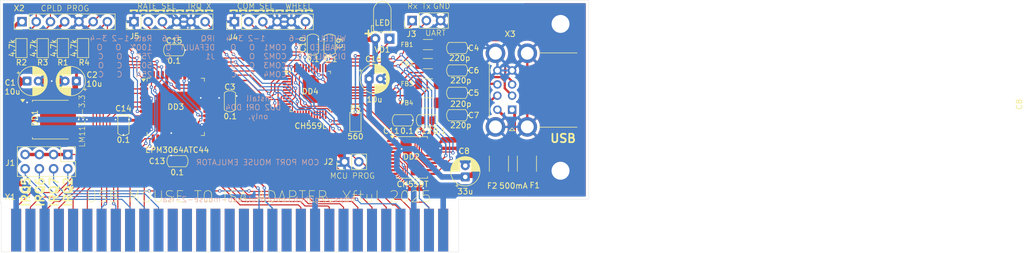
<source format=kicad_pcb>
(kicad_pcb (version 20241229) (generator "pcbnew") (generator_version "9.0")
  (layers (0 "F.Cu" signal) (2 "B.Cu" signal) (13 "F.Paste" user) (15 "B.Paste" user) (5 "F.SilkS" user "F.Silkscreen") (7 "B.SilkS" user "B.Silkscreen") (1 "F.Mask" user) (3 "B.Mask" user) (25 "Edge.Cuts" user))
  (net 0 "")
  (net 1 "GND")
  (net 2 "+5V")
  (net 3 "+3.3V")
  (net 4 "Net-(X3-D1+)")
  (net 5 "Net-(X3-D2+)")
  (net 6 "Net-(X3-D1-)")
  (net 7 "Net-(X3-D2-)")
  (net 8 "+5VL")
  (net 9 "Net-(VD1-K)")
  (net 10 "Net-(X3-VBUS1)")
  (net 11 "/USB_D1-")
  (net 12 "/USB_D1+")
  (net 13 "/USB_D2-")
  (net 14 "/USB_D2+")
  (net 15 "/IRQ5")
  (net 16 "/IRQX")
  (net 17 "/IRQ6")
  (net 18 "/IRQ7")
  (net 19 "/IRQ2")
  (net 20 "/LED")
  (net 21 "/TxD")
  (net 22 "/RxD")
  (net 23 "/MWHL")
  (net 24 "/CMS1")
  (net 25 "/CMS2")
  (net 26 "/RTS1")
  (net 27 "/RTS2")
  (net 28 "/V3MCU1")
  (net 29 "/SIRX")
  (net 30 "/TCK")
  (net 31 "/TMS")
  (net 32 "/TDI")
  (net 33 "/TDO")
  (net 34 "/RES")
  (net 35 "/IRQ4")
  (net 36 "/V3MCU")
  (net 37 "/IRQ3")
  (net 38 "/MOSI")
  (net 39 "/SCK")
  (net 40 "/DTR")
  (net 41 "/A0")
  (net 42 "/D0")
  (net 43 "/A3")
  (net 44 "/D1")
  (net 45 "/RxIRQ")
  (net 46 "/A7")
  (net 47 "/A9")
  (net 48 "/D5")
  (net 49 "/A1")
  (net 50 "/AEN")
  (net 51 "/A6")
  (net 52 "/A8")
  (net 53 "/D4")
  (net 54 "/IOW#")
  (net 55 "/D7")
  (net 56 "/SRES")
  (net 57 "/A2")
  (net 58 "/IOR#")
  (net 59 "/D2")
  (net 60 "/D3")
  (net 61 "/A4")
  (net 62 "/D6")
  (net 63 "/A5")
  (net 117 "Net-(X3-VBUS2)")
  (net 118 "unconnected-(DD4-P1.3{slash}AIN3-Pad46)")
  (footprint "Package_TO_SOT_SMD:TO-252-3_TabPin2" (layer "F.Cu") (at 116.465 100.7875)
    (property "Reference" "DD1")
    (property "Value" "LM1117DT-3.3" (hide yes))
  )
  (footprint "PCM_Resistor_SMD_AKL:R_0805_2012Metric" (layer "F.Cu") (at 115 88.0375 -90)
    (property "Reference" "R3")
    (property "Value" "4.7k")
  )
  (footprint "Connector_USB:USB_A_CUI_UJ2-ADH-TH_Horizontal_Stacked" (layer "F.Cu") (at 198.7577 99.0125 180)
    (property "Reference" "X3" (hide yes))
    (property "Value" "USB_A_Stacked" (hide yes))
  )
  (footprint "Inductor_SMD:L_1206_3216Metric_Pad1.22x1.90mm_HandSolder" (layer "F.Cu") (at 183.7375 87.4)
    (property "Reference" "FB1" (hide yes))
    (property "Value" "~")
  )
  (footprint "PCM_Capacitor_SMD_AKL:C_0805_2012Metric" (layer "F.Cu") (at 183.55 100.9125 180)
    (property "Reference" "C12")
    (property "Value" "0.1")
  )
  (footprint "PCM_Resistor_SMD_AKL:R_0805_2012Metric" (layer "F.Cu") (at 170.8 101.2 -90)
    (property "Reference" "R5")
    (property "Value" "560")
  )
  (footprint "Capacitor_THT:CP_Radial_D5.0mm_P2.00mm" (layer "F.Cu") (at 190.4 111.0125 90)
    (property "Reference" "C8")
    (property "Value" "33u")
  )
  (footprint "Capacitor_THT:CP_Radial_D5.0mm_P2.00mm" (layer "F.Cu") (at 121 93.9125 180)
    (property "Reference" "C2")
    (property "Value" "10u")
  )
  (footprint "Connector_PinHeader_2.54mm:PinHeader_1x06_P2.54mm_Vertical" (layer "F.Cu") (at 131.28 83.3125 90)
    (property "Reference" "J5")
    (property "Value" "PINHD_1x6_Male" (hide yes))
  )
  (footprint "PCM_Resistor_SMD_AKL:R_0805_2012Metric" (layer "F.Cu") (at 111.2 88.025 -90)
    (property "Reference" "R2")
    (property "Value" "4.7k")
  )
  (footprint "Connector_PinHeader_2.54mm:PinHeader_1x02_P2.54mm_Vertical" (layer "F.Cu") (at 168.86 108.3125 90)
    (property "Reference" "J2")
    (property "Value" "PINHD_1x2_Male" (hide yes))
  )
  (footprint "Package_QFP:TQFP-44_10x10mm_P0.8mm" (layer "F.Cu") (at 138.7375 98.5125)
    (property "Reference" "DD3")
    (property "Value" "EPM3064ATC44")
  )
  (footprint "PCM_Capacitor_SMD_AKL:C_0805_2012Metric" (layer "F.Cu") (at 139.05 108.2 180)
    (property "Reference" "C13")
    (property "Value" "0.1")
  )
  (footprint "PCM_Capacitor_SMD_AKL:C_0805_2012Metric" (layer "F.Cu") (at 188.95 96.0125 180)
    (property "Reference" "C5")
    (property "Value" "220p")
  )
  (footprint "PCM_Capacitor_SMD_AKL:C_0805_2012Metric" (layer "F.Cu") (at 166.2 87.4 -90)
    (property "Reference" "C9")
    (property "Value" "0.1")
  )
  (footprint "LED_THT:LED_D3.0mm_Horizontal_O1.27mm_Z2.0mm" (layer "F.Cu") (at 176.87 86.3475 180)
    (property "Reference" "VD1")
    (property "Value" "LED")
  )
  (footprint "PCM_Capacitor_SMD_AKL:C_0805_2012Metric" (layer "F.Cu") (at 188.95 92.0125 180)
    (property "Reference" "C6")
    (property "Value" "220p")
  )
  (footprint "PCM_Capacitor_SMD_AKL:C_0805_2012Metric" (layer "F.Cu") (at 163.2 87.4 -90)
    (property "Reference" "C10")
    (property "Value" "0.1")
  )
  (footprint "Connector_PinHeader_2.54mm:PinHeader_1x07_P2.54mm_Vertical" (layer "F.Cu") (at 111.3 83.3125 90)
    (property "Reference" "X2")
    (property "Value" "PINHD_1x7_Male" (hide yes))
  )
  (footprint "Connector_PinHeader_2.54mm:PinHeader_2x04_P2.54mm_Vertical" (layer "F.Cu") (at 119.48 107.0125 -90)
    (property "Reference" "J1")
    (property "Value" "PINHD_2x4_Male" (hide yes))
  )
  (footprint "PCM_Capacitor_SMD_AKL:C_0805_2012Metric" (layer "F.Cu") (at 188.95 88.0125 180)
    (property "Reference" "C4")
    (property "Value" "220p")
  )
  (footprint "Inductor_SMD:L_1206_3216Metric_Pad1.22x1.90mm_HandSolder" (layer "F.Cu") (at 183.7375 97.8)
    (property "Reference" "FB4" (hide yes))
    (property "Value" "~")
  )
  (footprint "PCM_Capacitor_SMD_AKL:C_0805_2012Metric" (layer "F.Cu") (at 188.95 100.0125 180)
    (property "Reference" "C7")
    (property "Value" "220p")
  )
  (footprint "PCM_Resistor_SMD_AKL:R_0805_2012Metric" (layer "F.Cu") (at 122.2 88.025 -90)
    (property "Reference" "R4")
    (property "Value" "4.7k")
  )
  (footprint "Fuse:Fuse_1812_4532Metric" (layer "F.Cu") (at 201.4 108.65 90)
    (property "Reference" "F1")
    (property "Value" "Polyfuse_3A_15V" (hide yes))
  )
  (footprint "Package_SO:SSOP-20_5.3x7.2mm_P0.65mm" (layer "F.Cu") (at 180.9 107.5375)
    (property "Reference" "DD2" (hide yes))
    (property "Value" "CH559T")
  )
  (footprint "Fuse:Fuse_1812_4532Metric" (layer "F.Cu") (at 196.4 108.65 90)
    (property "Reference" "F2")
    (property "Value" "500mA")
  )
  (footprint "PCM_Capacitor_SMD_AKL:C_0805_2012Metric" (layer "F.Cu") (at 138.45 88.4)
    (property "Reference" "C15")
    (property "Value" "0.1")
  )
  (footprint "Capacitor_THT:CP_Radial_D5.0mm_P2.00mm" (layer "F.Cu") (at 112.2 93.9125)
    (property "Reference" "C1")
    (property "Value" "10u")
  )
  (footprint "PCM_Capacitor_SMD_AKL:C_0805_2012Metric" (layer "F.Cu") (at 129.4 101.75 -90)
    (property "Reference" "C14")
    (property "Value" "0.1")
  )
  (footprint "PCM_Capacitor_SMD_AKL:C_0805_2012Metric" (layer "F.Cu") (at 179.25 100.9125)
    (property "Reference" "C11")
    (property "Value" "0.1")
  )
  (footprint "PCM_Capacitor_SMD_AKL:C_0805_2012Metric" (layer "F.Cu") (at 148.4 97.5125 90)
    (property "Reference" "C3")
    (property "Value" "0.1")
  )
  (footprint "Connector_PinHeader_2.54mm:PinHeader_1x03_P2.54mm_Vertical" (layer "F.Cu") (at 180.92 83.1125 90)
    (property "Reference" "J3")
    (property "Value" "PINHD_1x3_Male" (hide yes))
  )
  (footprint "Capacitor_THT:CP_Radial_D5.0mm_P2.00mm" (layer "F.Cu") (at 173.244888 93.5125)
    (property "Reference" "C16")
    (property "Value" "10u")
  )
  (footprint "Package_QFP:LQFP-48_7x7mm_P0.5mm" (layer "F.Cu") (at 162.7375 95.7625)
    (property "Reference" "DD4")
    (property "Value" "CH559L")
  )
  (footprint "Inductor_SMD:L_1206_3216Metric_Pad1.22x1.90mm_HandSolder" (layer "F.Cu") (at 183.7375 94.4)
    (property "Reference" "FB3" (hide yes))
    (property "Value" "~")
  )
  (footprint "Connector_PCBEdge:BUS_XT" (layer "F.Cu") (at 186.46 120.5125)
    (property "Reference" "X1")
    (property "Value" "Bus_ISA_8bit" (hide yes))
  )
  (footprint "PCM_Resistor_SMD_AKL:R_0805_2012Metric" (layer "F.Cu") (at 118.6 88.025 -90)
    (property "Reference" "R1")
    (property "Value" "4.7k")
  )
  (footprint "Connector_PinHeader_2.54mm:PinHeader_1x06_P2.54mm_Vertical" (layer "F.Cu") (at 149.2 83.3125 90)
    (property "Reference" "J4")
    (property "Value" "PINHD_1x6_Male" (hide yes))
  )
  (footprint "Inductor_SMD:L_1206_3216Metric_Pad1.22x1.90mm_HandSolder" (layer "F.Cu") (at 183.7375 90.8)
    (property "Reference" "FB2" (hide yes))
    (property "Value" "~")
  )
  (gr_line (start 189.2 115.0125) (end 189.2 124.4) (stroke (width 0.05)) (layer "Edge.Cuts"))
  (gr_line (start 212.4 79.5125) (end 212.4 115.0125) (stroke (width 0.05)) (layer "Edge.Cuts"))
  (gr_line (start 107.6 115.6) (end 107.6 124.4) (stroke (width 0.05)) (layer "Edge.Cuts"))
  (gr_line (start 189.2 124.4) (end 107.6 124.4) (stroke (width 0.05)) (layer "Edge.Cuts"))
  (gr_line (start 107.4 115.6) (end 107.4 79.5125) (stroke (width 0.05)) (layer "Edge.Cuts"))
  (gr_line (start 107.4 115.6) (end 107.6 115.6) (stroke (width 0.05)) (layer "Edge.Cuts"))
  (gr_line (start 212.4 115.0125) (end 189.2 115.0125) (stroke (width 0.05)) (layer "Edge.Cuts"))
  (gr_line (start 107.4 79.5125) (end 212.4 79.5125) (stroke (width 0.05)) (layer "Edge.Cuts"))
  (gr_text "IRQ5" (at 112.9 116.5125 90) (layer "F.SilkS") (effects (font (size 1.5 1.5) (thickness 0.3) (bold yes)) (justify left bottom)))
  (gr_text "USB MOUSE TO ISA ADAPTER. Yftul 2025" (at 122.6 115.7125 0) (layer "F.SilkS") (effects (font (size 2 2) (thickness 0.1)) (justify left bottom)))
  (gr_text "CPLD PROG" (at 114.6 81.5125 0) (layer "F.SilkS") (effects (font (size 1 1) (thickness 0.1)) (justify left bottom)))
  (gr_text "WHEEL" (at 158.2 81.1125 0) (layer "F.SilkS") (effects (font (size 1 1) (thickness 0.1)) (justify left bottom)))
  (gr_text "+" (at 172 86.2 0) (layer "F.SilkS") (effects (font (size 1.5 1.5) (thickness 0.3) (bold yes)) (justify left bottom)))
  (gr_text "͆ ͆ ͆" (at 139 82.5125 0) (layer "F.SilkS") (effects (font (size 2 3.5) (thickness 0.3) (bold yes))))
  (gr_text "͆ ͆ ͆" (at 152 82.5125 0) (layer "F.SilkS") (effects (font (size 2 3.5) (thickness 0.3) (bold yes))))
  (gr_text "͆ ͆ ͆" (at 156.8 82.5125 0) (layer "F.SilkS") (effects (font (size 2 3.5) (thickness 0.3) (bold yes))))
  (gr_text "IRQ2" (at 120.4 116.5125 90) (layer "F.SilkS") (effects (font (size 1.5 1.5) (thickness 0.3) (bold yes)) (justify left bottom)))
  (gr_text "MCU PROG" (at 166.2 111.4 0) (layer "F.SilkS") (effects (font (size 1 1) (thickness 0.1)) (justify left bottom)))
  (gr_text "Rx" (at 180 81.1125 0) (layer "F.SilkS") (effects (font (size 1 1) (thickness 0.1)) (justify left bottom)))
  (gr_text "͆ ͆ ͆" (at 162 82.5125 0) (layer "F.SilkS") (effects (font (size 2 3.5) (thickness 0.3) (bold yes))))
  (gr_text "IRQ6" (at 115.4 116.5125 90) (layer "F.SilkS") (effects (font (size 1.5 1.5) (thickness 0.3) (bold yes)) (justify left bottom)))
  (gr_text "IRQ7" (at 117.9 116.5125 90) (layer "F.SilkS") (effects (font (size 1.5 1.5) (thickness 0.3) (bold yes)) (justify left bottom)))
  (gr_text "UART" (at 183.2 85.9125 0) (layer "F.SilkS") (effects (font (size 1 1) (thickness 0.1)) (justify left bottom)))
  (gr_text "LM1117-3.3" (at 122.6 105.8 90) (layer "F.SilkS") (effects (font (size 1 1) (thickness 0.1)) (justify left bottom)))
  (gr_text "Tx" (at 182.6 81.1125 0) (layer "F.SilkS") (effects (font (size 1 1) (thickness 0.1)) (justify left bottom)))
  (gr_text "COM SEL" (at 149.6 81.1125 0) (layer "F.SilkS") (effects (font (size 1 1) (thickness 0.1)) (justify left bottom)))
  (gr_text "IRQ X" (at 140.8 81.1125 0) (layer "F.SilkS") (effects (font (size 1 1) (thickness 0.1)) (justify left bottom)))
  (gr_text "͆ ͆ ͆" (at 144.2 82.5125 0) (layer "F.SilkS") (effects (font (size 2 3.5) (thickness 0.3) (bold yes))))
  (gr_text "͆ ͆ ͆" (at 134.2 82.5125 0) (layer "F.SilkS") (effects (font (size 2 3.5) (thickness 0.3) (bold yes))))
  (gr_text "USB" (at 205.4 105.0125 0) (layer "F.SilkS") (effects (font (size 1.5 1.5) (thickness 0.3) (bold yes)) (justify left bottom)))
  (gr_text "RATE SEL" (at 131.8 81.1125 0) (layer "F.SilkS") (effects (font (size 1 1) (thickness 0.1)) (justify left bottom)))
  (gr_text "GND" (at 184.6 81.1125 0) (layer "F.SilkS") (effects (font (size 1 1) (thickness 0.1)) (justify left bottom)))
  (gr_text "     1-2 3-4\nCOM1  O   O\nCOM2  O   C\nCOM3  C   O\nCOM4  C   C" (at 158.6 93.3125 0) (layer "B.SilkS") (effects (font (size 1 1) (thickness 0.1)) (justify left bottom mirror)))
  (gr_text "Rate 1-2 3-4\n100%  O   O\n75%   O   C\n50%   C   O\n25%   C   C" (at 134.6 93.3125 0) (layer "B.SilkS") (effects (font (size 1 1) (thickness 0.1)) (justify left bottom mirror)))
  (gr_text "  Install\nDD2 OR! DD4\n   only." (at 157.6 100.8 0) (layer "B.SilkS") (effects (font (size 1 1) (thickness 0.1)) (justify left bottom mirror)))
  (gr_text "WHEEL   5-6\nENABLED  C\nDISABLED O" (at 169.2 90.1125 0) (layer "B.SilkS") (effects (font (size 1 1) (thickness 0.1)) (justify left bottom mirror)))
  (gr_text "COM PORT MOUSE EMULATOR" (at 164.4 109 0) (layer "B.SilkS") (effects (font (size 1 1) (thickness 0.1)) (justify left bottom mirror)))
  (gr_text "IRQ     5-6\nDEFAULT  O\nJ1        C" (at 145.8 90.1125 0) (layer "B.SilkS") (effects (font (size 1 1) (thickness 0.1)) (justify left bottom mirror)))
  (gr_text "https://github.com/Yftul/usb-mouse-2-isa" (at 170.8 115.6 0) (layer "B.SilkS") (effects (font (size 1 1) (thickness 0.1)) (justify left bottom mirror)))
  (segment (start 180.1 100.9125) (end 181 100.9125) (width 0.6) (layer "F.Cu") (net 1))
  (segment (start 119.1725 85.6) (end 121.46 83.3125) (width 0.5) (layer "F.Cu") (net 1))
  (segment (start 118.6 88.9375) (end 117.7375 88.9375) (width 0.5) (layer "F.Cu") (net 1))
  (segment (start 113.42 96.5125) (end 114.4875 96.5125) (width 1) (layer "F.Cu") (net 1))
  (segment (start 111.425 98.5075) (end 112.21 97.7225) (width 1) (layer "F.Cu") (net 1))
  (segment (start 133.075 102.5125) (end 134.4 102.5125) (width 0.5) (layer "F.Cu") (net 1))
  (segment (start 141.138 93.4315) (end 141.138 92.8505) (width 0.4) (layer "F.Cu") (net 1))
  (segment (start 141.138 93.4315) (end 141.1375 93.431) (width 0.4) (layer "F.Cu") (net 1))
  (segment (start 134.2609 96.9125) (end 134.4 97.0515) (width 0.4) (layer "F.Cu") (net 1))
  (segment (start 195.788 88.9425) (end 195.7877 88.9425) (width 0.4) (layer "F.Cu") (net 1))
  (segment (start 162.4875 100.922) (end 162.4875 99.925) (width 0.3004) (layer "F.Cu") (net 1))
  (segment (start 144.4 101.7125) (end 143.4 101.7125) (width 0.5) (layer "F.Cu") (net 1))
  (segment (start 190.9 92.0125) (end 189.9 92.0125) (width 0.6) (layer "F.Cu") (net 1))
  (segment (start 196.138 92.0125) (end 196.1377 92.0125) (width 0.4) (layer "F.Cu") (net 1))
  (segment (start 190.9 88.0125) (end 190.9125 88) (width 0.4) (layer "F.Cu") (net 1))
  (segment (start 112.21 97.7225) (end 113.42 96.5125) (width 1) (layer "F.Cu") (net 1))
  (segment (start 137.9375 103.1945) (end 137.9375 104.175) (width 0.4) (layer "F.Cu") (net 1))
  (segment (start 190.9 100.0125) (end 190.9 96.0125) (width 0.4) (layer "F.Cu") (net 1))
  (segment (start 141.1375 93.431) (end 141.1375 92.85) (width 0.4) (layer "F.Cu") (net 1))
  (segment (start 162.85775 101.34225) (end 162.85775 101.85775) (width 1) (layer "F.Cu") (net 1))
  (segment (start 137.9375 107.2) (end 137.9375 108.0375) (width 0.5) (layer "F.Cu") (net 1))
  (segment (start 117.7375 88.9375) (end 117.2 88.4) (width 0.5) (layer "F.Cu") (net 1))
  (segment (start 118.1125 85.6) (end 119.1725 85.6) (width 0.5) (layer "F.Cu") (net 1))
  (segment (start 196.1377 92.0125) (end 196.1377 89.2925) (width 0.4) (layer "F.Cu") (net 1))
  (segment (start 116.6 94.4) (end 116.6 93.9125) (width 1) (layer "F.Cu") (net 1))
  (segment (start 148.3625 96.6) (end 148.4 96.5625) (width 0.6) (layer "F.Cu") (net 1))
  (segment (start 163.2 86.45) (end 164.2 86.45) (width 1) (layer "F.Cu") (net 1))
  (segment (start 180 113.0125) (end 182.9 113.0125) (width 1) (layer "F.Cu") (net 1))
  (segment (start 190.9 92.0125) (end 190.9 88.0125) (width 0.4) (layer "F.Cu") (net 1))
  (segment (start 190.4 109.0125) (end 190.4 107.5125) (width 1) (layer "F.Cu") (net 1))
  (segment (start 147.0875 96.9125) (end 147.4 96.6) (width 0.5) (layer "F.Cu") (net 1))
  (segment (start 198.7577 92.0125) (end 201.4677 89.3025) (width 0.4) (layer "F.Cu") (net 1))
  (segment (start 201.4677 89.3025) (end 201.4677 88.9425) (width 0.4) (layer "F.Cu") (net 1))
  (segment (start 185.9 105.9125) (end 188.8 105.9125) (width 0.6) (layer "F.Cu") (net 1))
  (segment (start 188.8 105.9125) (end 189.4 106.5125) (width 0.6) (layer "F.Cu") (net 1))
  (segment (start 201.4677 102.0825) (end 201.4677 88.9425) (width 0.4) (layer "F.Cu") (net 1))
  (segment (start 190.4 107.5125) (end 189.4 106.5125) (width 1) (layer "F.Cu") (net 1))
  (segment (start 196.1377 89.2925) (end 195.7877 88.9425) (width 0.4) (layer "F.Cu") (net 1))
  (segment (start 137.9375 104.175) (end 137.9375 107.2) (width 0.5) (layer "F.Cu") (net 1))
  (segment (start 141.138 93.8) (end 141.138 93.4315) (width 0.4) (layer "F.Cu") (net 1))
  (segment (start 114.4875 96.5125) (end 116.6 94.4) (width 1) (layer "F.Cu") (net 1))
  (segment (start 116.6 93.9125) (end 119 93.9125) (width 1) (layer "F.Cu") (net 1))
  (segment (start 162.85775 101.85775) (end 168.86 107.86) (width 1) (layer "F.Cu") (net 1))
  (segment (start 140.4 88.4) (end 139.4 88.4) (width 0.5) (layer "F.Cu") (net 1))
  (segment (start 148.4 96.5625) (end 149.6 96.5625) (width 0.6) (layer "F.Cu") (net 1))
  (segment (start 182.6 100.9125) (end 181 100.9125) (width 0.6) (layer "F.Cu") (net 1))
  (segment (start 146.469 96.9125) (end 144.4 96.9125) (width 0.5) (layer "F.Cu") (net 1))
  (segment (start 164.2 86.45) (end 165.2 86.45) (width 1) (layer "F.Cu") (net 1))
  (segment (start 162.85775 101.34225) (end 162.5375 101.022) (width 0.4) (layer "F.Cu") (net 1))
  (segment (start 147.4 96.6) (end 148.3625 96.6) (width 0.6) (layer "F.Cu") (net 1))
  (segment (start 117.2 86.5125) (end 118.1125 85.6) (width 0.5) (layer "F.Cu") (net 1))
  (segment (start 190.9 88.0125) (end 189.9 88.0125) (width 0.6) (layer "F.Cu") (net 1))
  (segment (start 162.5375 101.022) (end 162.5375 100.972) (width 0.4) (layer "F.Cu") (net 1))
  (segment (start 114.2 93.9125) (end 116.6 93.9125) (width 1) (layer "F.Cu") (net 1))
  (segment (start 146.469 96.9125) (end 147.0875 96.9125) (width 0.5) (layer "F.Cu") (net 1))
  (segment (start 133.075 96.9125) (end 134.2609 96.9125) (width 0.5) (layer "F.Cu") (net 1))
  (segment (start 168.86 107.86) (end 168.86 108.3125) (width 1) (layer "F.Cu") (net 1))
  (segment (start 190.9 96.0125) (end 189.9 96.0125) (width 0.6) (layer "F.Cu") (net 1))
  (segment (start 190.9 100.0125) (end 189.9 100.0125) (width 0.6) (layer "F.Cu") (net 1))
  (segment (start 117.2 88.4) (end 117.2 86.5125) (width 0.5) (layer "F.Cu") (net 1))
  (segment (start 185.9 105.9125) (end 184.4 105.9125) (width 0.4) (layer "F.Cu") (net 1))
  (segment (start 137.9375 108.0375) (end 138.1 108.2) (width 0.4) (layer "F.Cu") (net 1))
  (segment (start 162.5375 100.972) (end 162.4875 100.922) (width 0.3004) (layer "F.Cu") (net 1))
  (segment (start 129.4 102.4625) (end 129.4 103.5125) (width 0.5) (layer "F.Cu") (net 1))
  (segment (start 144.4 96.9125) (end 143.2 96.9125) (width 0.4) (layer "F.Cu") (net 1))
  (segment (start 165.2 86.45) (end 166.2 86.45) (width 1) (layer "F.Cu") (net 1))
  (via (at 137.9375 107.2) (size 0.6) (drill 0.3) (layers "F.Cu" "B.Cu") (net 1))
  (via (at 134.4 97.0515) (size 0.6) (drill 0.3) (layers "F.Cu" "B.Cu") (net 1))
  (via (at 207.4 109.9125) (size 6) (drill 3.2) (layers "F.Cu" "B.Cu") (net 1))
  (via (at 146.469 96.9125) (size 0.6) (drill 0.3) (layers "F.Cu" "B.Cu") (net 1))
  (via (at 165.2 86.45) (size 0.6) (drill 0.3) (layers "F.Cu" "B.Cu") (net 1))
  (via (at 129.4 103.5125) (size 0.6) (drill 0.3) (layers "F.Cu" "B.Cu") (net 1))
  (via (at 134.4 102.5125) (size 0.6) (drill 0.3) (layers "F.Cu" "B.Cu") (net 1))
  (via (at 190.9 92.0125) (size 0.6) (drill 0.3) (layers "F.Cu" "B.Cu") (net 1))
  (via (at 112.21 97.7225) (size 0.6) (drill 0.3) (layers "F.Cu" "B.Cu") (net 1))
  (via (at 141.138 93.8) (size 0.6) (drill 0.3) (layers "F.Cu" "B.Cu") (net 1))
  (via (at 149.6 96.5625) (size 0.6) (drill 0.3) (layers "F.Cu" "B.Cu") (net 1))
  (via (at 190.9 100.0125) (size 0.6) (drill 0.3) (layers "F.Cu" "B.Cu") (net 1))
  (via (at 185.9 105.9125) (size 0.6) (drill 0.3) (layers "F.Cu" "B.Cu") (net 1))
  (via (at 137.9375 103.1945) (size 0.6) (drill 0.3) (layers "F.Cu" "B.Cu") (net 1))
  (via (at 143.4 101.7125) (size 0.6) (drill 0.3) (layers "F.Cu" "B.Cu") (net 1))
  (via (at 207.4 83.7125) (size 6) (drill 3.2) (layers "F.Cu" "B.Cu") (net 1))
  (via (at 116.6 93.9125) (size 0.6) (drill 0.3) (layers "F.Cu" "B.Cu") (net 1))
  (via (at 162.5375 101.022) (size 0.6) (drill 0.3) (layers "F.Cu" "B.Cu") (net 1))
  (via (at 181 100.9125) (size 0.6) (drill 0.3) (layers "F.Cu" "B.Cu") (net 1))
  (via (at 143.2 96.9125) (size 0.6) (drill 0.3) (layers "F.Cu" "B.Cu") (net 1))
  (via (at 164.2 86.45) (size 0.6) (drill 0.3) (layers "F.Cu" "B.Cu") (net 1))
  (via (at 140.4 88.4) (size 0.6) (drill 0.3) (layers "F.Cu" "B.Cu") (net 1))
  (via (at 190.9 88.0125) (size 0.6) (drill 0.3) (layers "F.Cu" "B.Cu") (net 1))
  (via (at 182.9 113.0125) (size 0.6) (drill 0.3) (layers "F.Cu" "B.Cu") (net 1))
  (via (at 189.4 106.5125) (size 0.6) (drill 0.3) (layers "F.Cu" "B.Cu") (net 1))
  (via (at 190.9 96.0125) (size 0.6) (drill 0.3) (layers "F.Cu" "B.Cu") (net 1))
  (via (at 180 113.0125) (size 0.6) (drill 0.3) (layers "F.Cu" "B.Cu") (net 1))
  (segment (start 142.2 81.3125) (end 141.44 82.0725) (width 0.4) (layer "B.Cu") (net 1))
  (segment (start 206.498 83.9125) (end 201.468 88.9425) (width 0.4) (layer "B.Cu") (net 1))
  (segment (start 201.468 102.0825) (end 201.4677 102.0825) (width 0.4) (layer "B.Cu") (net 1))
  (segment (start 140.4 88.4) (end 141.2 87.6) (width 0.4) (layer "B.Cu") (net 1))
  (segment (start 164.2 86.45) (end 164.625 86.025) (width 0.4) (layer "B.Cu") (net 1))
  (segment (start 149.2 81.9125) (end 148.6 81.3125) (width 0.4) (layer "B.Cu") (net 1))
  (segment (start 207.4 109.9125) (end 207.4 108.0145) (width 0.4) (layer "B.Cu") (net 1))
  (segment (start 110.26 114.26) (end 110.26 120.5125) (width 1) (layer "B.Cu") (net 1))
  (segment (start 159.36 83.3125) (end 156.82 83.3125) (width 0.4) (layer "B.Cu") (net 1))
  (segment (start 141.2 87.6) (end 141.2 83.5525) (width 0.4) (layer "B.Cu") (net 1))
  (segment (start 185.3 113.0125) (end 182.9 113.0125) (width 0.4) (layer "B.Cu") (net 1))
  (segment (start 186.00625 83.1125) (end 186 83.1125) (width 0.4) (layer "B.Cu") (net 1))
  (segment (start 195.83 102.0825) (end 201.4677 102.0825) (width 0.4) (layer "B.Cu") (net 1))
  (segment (start 131.28 83.3125) (end 131.28 81.8325) (width 0.4) (layer "B.Cu") (net 1))
  (segment (start 179.4 113.0125) (end 178.2 111.8125) (width 0.4) (layer "B.Cu") (net 1))
  (segment (start 195.7877 88.9425) (end 194.8577 88.0125) (width 0.4) (layer "B.Cu") (net 1))
  (segment (start 190.4 109.0125) (end 190.4 107.5125) (width 1) (layer "B.Cu") (net 1))
  (segment (start 190.9 106.9705) (end 190.4 107.4705) (width 0.4) (layer "B.Cu") (net 1))
  (segment (start 190.4 107.5125) (end 189.4 106.5125) (width 1) (layer "B.Cu") (net 1))
  (segment (start 196.138 89.2925) (end 195.788 88.9425) (width 0.4) (layer "B.Cu") (net 1))
  (segment (start 163.4 81.8) (end 159.6 81.8) (width 0.4) (layer "B.Cu") (net 1))
  (segment (start 141.44 82.0725) (end 141.44 83.3125) (width 0.4) (layer "B.Cu") (net 1))
  (segment (start 201.468 88.9425) (end 201.468 89.3025) (width 0.4) (layer "B.Cu") (net 1))
  (segment (start 156.82 82.1325) (end 156.82 83.3125) (width 0.4) (layer "B.Cu") (net 1))
  (segment (start 180.9125 100.9125) (end 179.6 99.6) (width 0.4) (layer "B.Cu") (net 1))
  (segment (start 164.8 85.85) (end 164.8 83.2) (width 0.4) (layer "B.Cu") (net 1))
  (segment (start 181 100.9125) (end 180.9125 100.9125) (width 0.4) (layer "B.Cu") (net 1))
  (segment (start 190.9 96.0125) (end 190.9 92.0125) (width 0.4) (layer "B.Cu") (net 1))
  (segment (start 161.4 109.0125) (end 168.86 109.0125) (width 0.4) (layer "B.Cu") (net 1))
  (segment (start 143.1125 96.9125) (end 143.2 96.9125) (width 0.4) (layer "B.Cu") (net 1))
  (segment (start 198.758 92.0125) (end 196.138 92.0125) (width 0.4) (layer "B.Cu") (net 1))
  (segment (start 207.2 83.9125) (end 206.498 83.9125) (width 0.4) (layer "B.Cu") (net 1))
  (segment (start 161.4 107.0625) (end 161.4 109.0125) (width 0.4) (layer "B.Cu") (net 1))
  (segment (start 178.2 111.8) (end 177.9125 111.5125) (width 0.4) (layer "B.Cu") (net 1))
  (segment (start 149.2 81.9125) (end 149.8 81.3125) (width 0.4) (layer "B.Cu") (net 1))
  (segment (start 190.9125 100) (end 193.7052 100) (width 0.4) (layer "B.Cu") (net 1))
  (segment (start 164.8 83.2) (end 163.4 81.8) (width 0.4) (layer "B.Cu") (net 1))
  (segment (start 178.2 111.8125) (end 178.2 111.8) (width 0.4) (layer "B.Cu") (net 1))
  (segment (start 108.6 112.6) (end 108.6 101.3325) (width 0.4) (layer "B.Cu") (net 1))
  (segment (start 207.4 108.0145) (end 201.468 102.0825) (width 0.4) (layer "B.Cu") (net 1))
  (segment (start 141.138 89.138) (end 140.4 88.4) (width 0.4) (layer "B.Cu") (net 1))
  (segment (start 196.138 92.0125) (end 196.138 89.2925) (width 0.4) (layer "B.Cu") (net 1))
  (segment (start 190.9 100.0125) (end 190.9125 100) (width 0.4) (layer "B.Cu") (net 1))
  (segment (start 177.9125 111.5125) (end 172.06 111.5125) (width 0.4) (layer "B.Cu") (net 1))
  (segment (start 180 113.0125) (end 179.4 113.0125) (width 0.4) (layer "B.Cu") (net 1))
  (segment (start 207.4 83.7125) (end 207.2 83.9125) (width 0.4) (layer "B.Cu") (net 1))
  (segment (start 186.46 114.1725) (end 185.3 113.0125) (width 0.4) (layer "B.Cu") (net 1))
  (segment (start 159.6 81.8) (end 159.36 82.04) (width 0.4) (layer "B.Cu") (net 1))
  (segment (start 156 81.3125) (end 156.82 82.1325) (width 0.4) (layer "B.Cu") (net 1))
  (segment (start 131.28 81.8325) (end 131.8 81.3125) (width 0.4) (layer "B.Cu") (net 1))
  (segment (start 163.6 111.2125) (end 161.4 109.0125) (width 0.5) (layer "B.Cu") (net 1))
  (segment (start 190.9 88.0125) (end 190.9 88.00625) (width 0.4) (layer "B.Cu") (net 1))
  (segment (start 149.6 96.5625) (end 150.9 96.5625) (width 0.4) (layer "B.Cu") (net 1))
  (segment (start 141.138 93.8) (end 141.138 89.138) (width 0.4) (layer "B.Cu") (net 1))
  (segment (start 110.26 114.26) (end 108.6 112.6) (width 0.4) (layer "B.Cu") (net 1))
  (segment (start 165.2 86.45) (end 165.2 86.25) (width 0.4) (layer "B.Cu") (net 1))
  (segment (start 131.8 81.3125) (end 137.8 81.3125) (width 0.4) (layer "B.Cu") (net 1))
  (segment (start 149.2 83.3125) (end 149.2 81.9125) (width 0.4) (layer "B.Cu") (net 1))
  (segment (start 190.9 88.00625) (end 186.00625 83.1125) (width 0.4) (layer "B.Cu") (net 1))
  (segment (start 138.9 83.3125) (end 141.44 83.3125) (width 0.4) (layer "B.Cu") (net 1))
  (segment (start 177.8 93.5125) (end 175.244888 93.5125) (width 0.4) (layer "B.Cu") (net 1))
  (segment (start 186.46 120.5125) (end 186.46 114.1725) (width 1) (layer "B.Cu") (net 1))
  (segment (start 133.4 103.5125) (end 134.4 102.5125) (width 0.4) (layer "B.Cu") (net 1))
  (segment (start 201.468 89.3025) (end 198.758 92.0125) (width 0.4) (layer "B.Cu") (net 1))
  (segment (start 172.06 111.5125) (end 168.86 108.3125) (width 0.4) (layer "B.Cu") (net 1))
  (segment (start 163.6 111.2125) (end 163.6 120.5125) (width 1) (layer "B.Cu") (net 1))
  (segment (start 164.625 86.025) (end 164.8 85.85) (width 0.4) (layer "B.Cu") (net 1))
  (segment (start 141.138 93.8) (end 141.138 94.938) (width 0.4) (layer "B.Cu") (net 1))
  (segment (start 159.36 82.04) (end 159.36 83.3125) (width 0.4) (layer "B.Cu") (net 1))
  (segment (start 194.8577 88.0125) (end 190.9 88.0125) (width 0.4) (layer "B.Cu") (net 1))
  (segment (start 141.2 83.5525) (end 141.44 83.3125) (width 0.4) (layer "B.Cu") (net 1))
  (segment (start 165.2 86.25) (end 164.8 85.85) (width 0.4) (layer "B.Cu") (net 1))
  (segment (start 108.6 101.3325) (end 112.21 97.7225) (width 0.4) (layer "B.Cu") (net 1))
  (segment (start 179.6 95.3125) (end 177.8 93.5125) (width 0.4) (layer "B.Cu") (net 1))
  (segment (start 150.9 96.5625) (end 161.4 107.0625) (width 0.4) (layer "B.Cu") (net 1))
  (segment (start 141.138 94.938) (end 143.1125 96.9125) (width 0.4) (layer "B.Cu") (net 1))
  (segment (start 148.6 81.3125) (end 142.2 81.3125) (width 0.4) (layer "B.Cu") (net 1))
  (segment (start 134.4 97.0515) (end 134.4 102.5125) (width 0.4) (layer "B.Cu") (net 1))
  (segment (start 193.7052 100) (end 195.7877 102.0825) (width 0.4) (layer "B.Cu") (net 1))
  (segment (start 138.9 82.4125) (end 138.9 83.3125) (width 0.4) (layer "B.Cu") (net 1))
  (segment (start 149.8 81.3125) (end 156 81.3125) (width 0.4) (layer "B.Cu") (net 1))
  (segment (start 190.4 107.5125) (end 195.83 102.0825) (width 0.4) (layer "B.Cu") (net 1))
  (segment (start 129.4 103.5125) (end 133.4 103.5125) (width 0.4) (layer "B.Cu") (net 1))
  (segment (start 179.6 99.6) (end 179.6 95.3125) (width 0.4) (layer "B.Cu") (net 1))
  (segment (start 190.4 107.4705) (end 190.4 107.5125) (width 0.4) (layer "B.Cu") (net 1))
  (segment (start 137.8 81.3125) (end 138.9 82.4125) (width 0.4) (layer "B.Cu") (net 1))
  (segment (start 109.4 104.2) (end 110.5325 103.0675) (width 1) (layer "F.Cu") (net 2))
  (segment (start 111.4 93.9125) (end 108.8 91.3125) (width 0.6) (layer "F.Cu") (net 2))
  (segment (start 108.8 85.3125) (end 110.8 83.3125) (width 0.6) (layer "F.Cu") (net 2))
  (segment (start 109.4 102.5125) (end 109.955 103.0675) (width 1) (layer "F.Cu") (net 2))
  (segment (start 111.4 93.9125) (end 109.4 95.9125) (width 1) (layer "F.Cu") (net 2))
  (segment (start 111.8 112.2) (end 110.4 112.2) (width 1) (layer "F.Cu") (net 2))
  (segment (start 109.4 95.9125) (end 109.4 102.5125) (width 1) (layer "F.Cu") (net 2))
  (segment (start 110.5325 103.0675) (end 111.425 103.0675) (width 1) (layer "F.Cu") (net 2))
  (segment (start 109.4 111.2) (end 109.4 104.2) (width 1) (layer "F.Cu") (net 2))
  (segment (start 111.8 112.2) (end 111.8 113) (width 1) (layer "F.Cu") (net 2))
  (segment (start 112.2 93.9125) (end 111.4 93.9125) (width 1) (layer "F.Cu") (net 2))
  (segment (start 111.3 83.3125) (end 110.8 83.3125) (width 0.6) (layer "F.Cu") (net 2))
  (segment (start 108.8 91.3125) (end 108.8 85.3125) (width 0.6) (layer "F.Cu") (net 2))
  (segment (start 110.4 112.2) (end 109.4 111.2) (width 1) (layer "F.Cu") (net 2))
  (segment (start 111.425 103.0675) (end 109.955 103.0675) (width 0.6) (layer "F.Cu") (net 2))
  (via (at 111.8 112.2) (size 0.6) (drill 0.3) (layers "F.Cu" "B.Cu") (net 2))
  (via (at 111.8 113) (size 0.6) (drill 0.3) (layers "F.Cu" "B.Cu") (net 2))
  (segment (start 111.8 113) (end 112.6 113) (width 1) (layer "B.Cu") (net 2))
  (segment (start 111.8 112.2) (end 112.6 113) (width 1) (layer "B.Cu") (net 2))
  (segment (start 112.6 113) (end 115.34 115.74) (width 1) (layer "B.Cu") (net 2))
  (segment (start 111.8 112.2) (end 111.8 113) (width 1) (layer "B.Cu") (net 2))
  (segment (start 115.34 115.74) (end 115.34 120.5125) (width 1) (layer "B.Cu") (net 2))
  (segment (start 147.4625 98.4625) (end 148.4 98.4625) (width 0.5) (layer "F.Cu") (net 3))
  (segment (start 137.1375 92.85) (end 137.1375 91.0125) (width 0.5) (layer "F.Cu") (net 3))
  (segment (start 117.725 100.7875) (end 120.8 97.7125) (width 1) (layer "F.Cu") (net 3))
  (segment (start 117.725 100.7875) (end 121.4 100.7875) (width 1) (layer "F.Cu") (net 3))
  (segment (start 130.4 100.7875) (end 129.4125 100.7875) (width 0.6) (layer "F.Cu") (net 3))
  (segment (start 116.4 88.1125) (end 115.5625 88.95) (width 0.5) (layer "F.Cu") (net 3))
  (segment (start 128 100.7875) (end 129.3875 100.7875) (width 0.6) (layer "F.Cu") (net 3))
  (segment (start 129.4375 100.6) (end 129.4 100.5625) (width 0.5) (layer "F.Cu") (net 3))
  (segment (start 136.6875 100.9125) (end 133.075 100.9125) (width 0.5) (layer "F.Cu") (net 3))
  (segment (start 116.4 85.8325) (end 116.4 88.1125) (width 0.5) (layer "F.Cu") (net 3))
  (segment (start 139.0747 99.4345) (end 139.0747 102.8375) (width 0.4) (layer "F.Cu") (net 3))
  (segment (start 144.4 97.7125) (end 146.7125 97.7125) (width 0.5) (layer "F.Cu") (net 3))
  (segment (start 115.5625 88.95) (end 115 88.95) (width 0.4) (layer "F.Cu") (net 3))
  (segment (start 116.8 90.1125) (end 115.6375 88.95) (width 0.5) (layer "F.Cu") (net 3))
  (segment (start 139.0747 102.8375) (end 138.7375 103.1745) (width 0.4) (layer "F.Cu") (net 3))
  (segment (start 137.1375 91.0125) (end 137.5 90.65) (width 0.5) (layer "F.Cu") (net 3))
  (segment (start 130.8 100.9125) (end 133.075 100.9125) (width 0.5) (layer "F.Cu") (net 3))
  (segment (start 140 107.113) (end 140 108.2) (width 0.5) (layer "F.Cu") (net 3))
  (segment (start 114 100.7875) (end 117.725 100.7875) (width 1) (layer "F.Cu") (net 3))
  (segment (start 129.3625 100.6) (end 129.4 100.5625) (width 0.4) (layer "F.Cu") (net 3))
  (segment (start 137.1375 100.4625) (end 136.6875 100.9125) (width 0.4) (layer "F.Cu") (net 3))
  (segment (start 137.1375 98.0125) (end 137.1375 92.85) (width 0.5) (layer "F.Cu") (net 3))
  (segment (start 129.3875 100.7875) (end 129.4 100.8) (width 0.4) (layer "F.Cu") (net 3))
  (segment (start 121 93.9125) (end 121.025 93.8875) (width 0.4) (layer "F.Cu") (net 3))
  (segment (start 144.357 97.7555) (end 137.3949 97.7555) (width 0.5) (layer "F.Cu") (net 3))
  (segment (start 122.2 88.9375) (end 121.025 90.1125) (width 0.5) (layer "F.Cu") (net 3))
  (segment (start 130.4 100.7875) (end 130.675 100.7875) (width 0.5) (layer "F.Cu") (net 3))
  (segment (start 120.8 97.7125) (end 120.8 94.1125) (width 1) (layer "F.Cu") (net 3))
  (segment (start 138.7375 103.1745) (end 138.7375 104.175) (width 0.4) (layer "F.Cu") (net 3))
  (segment (start 121.025 90.1125) (end 116.8 90.1125) (width 0.5) (layer "F.Cu") (net 3))
  (segment (start 137.5 90.65) (end 137.5 88.4) (width 0.5) (layer "F.Cu") (net 3))
  (segment (start 137.3949 97.7555) (end 137.1375 98.0125) (width 0.4) (layer "F.Cu") (net 3))
  (segment (start 114.9875 88.9375) (end 115 88.95) (width 0.4) (layer "F.Cu") (net 3))
  (segment (start 138.7375 104.175) (end 138.7375 105.8505) (width 0.5) (layer "F.Cu") (net 3))
  (segment (start 129.4125 100.7875) (end 129.4 100.8) (width 0.4) (layer "F.Cu") (net 3))
  (segment (start 121.4 100.7875) (end 122.2 100.7875) (width 1) (layer "F.Cu") (net 3))
  (segment (start 118.92 83.3125) (end 116.4 85.8325) (width 0.5) (layer "F.Cu") (net 3))
  (segment (start 137.1375 98.0125) (end 137.1375 100.4625) (width 0.4) (layer "F.Cu") (net 3))
  (segment (start 122.875 100.7875) (end 122.2 100.7875) (width 1) (layer "F.Cu") (net 3))
  (segment (start 130.675 100.7875) (end 130.8 100.9125) (width 0.5) (layer "F.Cu") (net 3))
  (segment (start 146.7125 97.7125) (end 147.4625 98.4625) (width 0.5) (layer "F.Cu") (net 3))
  (segment (start 115.6375 88.95) (end 115 88.95) (width 0.4) (layer "F.Cu") (net 3))
  (segment (start 138.7375 105.8505) (end 140 107.113) (width 0.5) (layer "F.Cu") (net 3))
  (segment (start 120.8 94.1125) (end 121 93.9125) (width 0.4) (layer "F.Cu") (net 3))
  (segment (start 137.3949 97.7555) (end 139.0747 99.4345) (width 0.4) (layer "F.Cu") (net 3))
  (segment (start 144.4 97.7125) (end 144.357 97.7555) (width 0.4) (layer "F.Cu") (net 3))
  (segment (start 121.025 93.8875) (end 121.025 90.1125) (width 0.5) (layer "F.Cu") (net 3))
  (segment (start 111.425 100.7875) (end 114 100.7875) (width 1) (layer "F.Cu") (net 3))
  (segment (start 111.2 88.9375) (end 114.9875 88.9375) (width 0.5) (layer "F.Cu") (net 3))
  (via (at 128 100.7875) (size 0.6) (drill 0.3) (layers "F.Cu" "B.Cu") (net 3))
  (via (at 122.2 100.7875) (size 0.6) (drill 0.3) (layers "F.Cu" "B.Cu") (net 3))
  (via (at 114 100.7875) (size 0.6) (drill 0.3) (layers "F.Cu" "B.Cu") (net 3))
  (via (at 121.4 100.7875) (size 0.6) (drill 0.3) (layers "F.Cu" "B.Cu") (net 3))
  (via (at 122.875 100.7875) (size 0.6) (drill 0.3) (layers "F.Cu" "B.Cu") (net 3))
  (via (at 130.4 100.7875) (size 0.6) (drill 0.3) (layers "F.Cu" "B.Cu") (net 3))
  (segment (start 130.4 100.7875) (end 128 100.7875) (width 1) (layer "B.Cu") (net 3))
  (segment (start 128 100.7875) (end 114 100.7875) (width 1) (layer "B.Cu") (net 3))
  (segment (start 198.7577 94.5125) (end 198.7577 93.9577) (width 0.4) (layer "F.Cu") (net 4))
  (segment (start 189 86.6) (end 188 87.6) (width 0.4) (layer "F.Cu") (net 4))
  (segment (start 197.5226 92.7226) (end 197.5226 90.8774) (width 0.4) (layer "F.Cu") (net 4))
  (segment (start 188 88.0125) (end 188 88.40625) (width 0.2) (layer "F.Cu") (net 4))
  (segment (start 185.2 87.6) (end 186.6 87.6) (width 0.4) (layer "F.Cu") (net 4))
  (segment (start 188 87.6) (end 188 88.0125) (width 0.4) (layer "F.Cu") (net 4))
  (segment (start 186.6 87.6) (end 187.0125 88.0125) (width 0.4) (layer "F.Cu") (net 4))
  (segment (start 198.4 90) (end 198.4 87.8) (width 0.4) (layer "F.Cu") (net 4))
  (segment (start 197.5226 90.8774) (end 198.4 90) (width 0.4) (layer "F.Cu") (net 4))
  (segment (start 198.4 87.8) (end 197.2 86.6) (width 0.4) (layer "F.Cu") (net 4))
  (segment (start 197.2 86.6) (end 189 86.6) (width 0.4) (layer "F.Cu") (net 4))
  (segment (start 198.7577 93.9577) (end 197.5226 92.7226) (width 0.4) (layer "F.Cu") (net 4))
  (segment (start 187.0125 88.0125) (end 188 88.0125) (width 0.4) (layer "F.Cu") (net 4))
  (segment (start 196.138 94.5125) (end 196.0255 94.4) (width 0.4) (layer "F.Cu") (net 5))
  (segment (start 187.4125 96.0125) (end 188 96.0125) (width 0.4) (layer "F.Cu") (net 5))
  (segment (start 185.4 94.6) (end 186 94.6) (width 0.4) (layer "F.Cu") (net 5))
  (segment (start 196.0255 94.4) (end 189.33125 94.4) (width 0.4) (layer "F.Cu") (net 5))
  (segment (start 189.33125 94.4) (end 188 95.73125) (width 0.4) (layer "F.Cu") (net 5))
  (segment (start 186 94.6) (end 187.4125 96.0125) (width 0.4) (layer "F.Cu") (net 5))
  (segment (start 188 95.73125) (end 188 96.0125) (width 0.2) (layer "F.Cu") (net 5))
  (segment (start 185.4 90.8) (end 185.6125 91.0125) (width 0.2) (layer "F.Cu") (net 6))
  (segment (start 198.7577 96.5122) (end 197.448 95.2025) (width 0.4) (layer "F.Cu") (net 6))
  (segment (start 197.448 93.90425) (end 196.74375 93.2) (width 0.4) (layer "F.Cu") (net 6))
  (segment (start 189 93.2) (end 188 92.2) (width 0.4) (layer "F.Cu") (net 6))
  (segment (start 196.74375 93.2) (end 189 93.2) (width 0.4) (layer "F.Cu") (net 6))
  (segment (start 198.7577 96.5122) (end 198.7577 96.5125) (width 0.2) (layer "F.Cu") (net 6))
  (segment (start 185.6125 91.0125) (end 187 91.0125) (width 0.4) (layer "F.Cu") (net 6))
  (segment (start 187 91.0125) (end 188 92.0125) (width 0.4) (layer "F.Cu") (net 6))
  (segment (start 188 92.2) (end 188 92.0125) (width 0.2) (layer "F.Cu") (net 6))
  (segment (start 197.448 95.2025) (end 197.448 93.90425) (width 0.4) (layer "F.Cu") (net 6))
  (segment (start 188.6 101.2) (end 188 100.6) (width 0.4) (layer "F.Cu") (net 7))
  (segment (start 196.1377 96.5125) (end 195.8875 96.5125) (width 0.4) (layer "F.Cu") (net 7))
  (segment (start 188 100.6) (end 188 100.0125) (width 0.4) (layer "F.Cu") (net 7))
  (segment (start 188 100.0125) (end 185.7875 97.8) (width 0.4) (layer "F.Cu") (net 7))
  (segment (start 185.7875 97.8) (end 185.4 97.8) (width 0.4) (layer "F.Cu") (net 7))
  (segment (start 195.8875 96.5125) (end 191.2 101.2) (width 0.4) (layer "F.Cu") (net 7))
  (segment (start 191.2 101.2) (end 188.6 101.2) (width 0.4) (layer "F.Cu") (net 7))
  (segment (start 196.138 96.5125) (end 196.1377 96.5125) (width 0.2) (layer "F.Cu") (net 7))
  (segment (start 182.2 102.149) (end 183.099 103.048) (width 0.5) (layer "F.Cu") (net 8))
  (segment (start 179.14275 102.149) (end 182.2 102.149) (width 0.5) (layer "F.Cu") (net 8))
  (segment (start 163.6 90.6) (end 164 90.2) (width 0.4) (layer "F.Cu") (net 8))
  (segment (start 165.85 88.35) (end 166.2 88.35) (width 0.4) (layer "F.Cu") (net 8))
  (segment (start 192 107) (end 192 110.5125) (width 1) (layer "F.Cu") (net 8))
  (segment (start 183.2625 105.2625) (end 184.4 105.2625) (width 0.4) (layer "F.Cu") (net 8))
  (segment (start 166.2 88.35) (end 167.85 88.35) (width 1) (layer "F.Cu") (net 8))
  (segment (start 183.099 105.099) (end 183.2625 105.2625) (width 0.4) (layer "F.Cu") (net 8))
  (segment (start 178.996875 102.003125) (end 179.14275 102.149) (width 0.5) (layer "F.Cu") (net 8))
  (segment (start 163.488 90.712) (end 163.6 90.6) (width 0.3004) (layer "F.Cu") (net 8))
  (segment (start 163.488 92.6475) (end 163.488 90.712) (width 0.3004) (layer "F.Cu") (net 8))
  (segment (start 185.8 105) (end 186.4 104.4) (width 0.5) (layer "F.Cu") (net 8))
  (segment (start 178.3 100.9125) (end 178.3 101.30625) (width 0.4) (layer "F.Cu") (net 8))
  (segment (start 190.4 111.0125) (end 190.7 110.7125) (width 1) (layer "F.Cu") (net 8))
  (segment (start 189.4 104.4) (end 192 107) (width 1) (layer "F.Cu") (net 8))
  (segment (start 178.3 101.30625) (end 178.996875 102.003125) (width 0.6) (layer "F.Cu") (net 8))
  (segment (start 196.175 111.0125) (end 196.4 110.7875) (width 0.4) (layer "F.Cu") (net 8))
  (segment (start 163.488 94.4455) (end 163.488 92.6475) (width 0.4) (layer "F.Cu") (net 8))
  (segment (start 174.4 86.4175) (end 174.33 86.3475) (width 0.4) (layer "F.Cu") (net 8))
  (segment (start 167.85 88.35) (end 169.7825 86.4175) (width 1) (layer "F.Cu") (net 8))
  (segment (start 190.7 110.7125) (end 195.875 110.7125) (width 1) (layer "F.Cu") (net 8))
  (segment (start 184.4 105.2625) (end 185.5375 105.2625) (width 0.4) (layer "F.Cu") (net 8))
  (segment (start 186.4 104.4) (end 189.4 104.4) (width 1) (layer "F.Cu") (net 8))
  (segment (start 183.099 103.048) (end 183.099 105.099) (width 0.4) (layer "F.Cu") (net 8))
  (segment (start 169.7825 86.4175) (end 174.4 86.4175) (width 1) (layer "F.Cu") (net 8))
  (segment (start 196.4 110.7875) (end 201.4 110.7875) (width 1) (layer "F.Cu") (net 8))
  (segment (start 164 90.2) (end 165.85 88.35) (width 0.6) (layer "F.Cu") (net 8))
  (segment (start 185.5375 105.2625) (end 185.8 105) (width 0.4) (layer "F.Cu") (net 8))
  (via (at 179.041 106.0125) (size 0.6) (drill 0.3) (layers "F.Cu" "B.Cu") (net 8))
  (segment (start 190.4 111.0125) (end 186.2125 111.0125) (width 1) (layer "B.Cu") (net 8))
  (segment (start 173.244888 100.216388) (end 173.244888 93.5125) (width 1) (layer "B.Cu") (net 8))
  (segment (start 181.38 120.5125) (end 181.2 120.3325) (width 1) (layer "B.Cu") (net 8))
  (segment (start 178.2 109.6) (end 178.2 106.8535) (width 1) (layer "B.Cu") (net 8))
  (segment (start 174.33 91.8) (end 174.3125 91.8) (width 0.6) (layer "B.Cu") (net 8))
  (segment (start 181.2 120.3325) (end 181.2 112.6) (width 1) (layer "B.Cu") (net 8))
  (segment (start 179.041 106.0125) (end 173.244888 100.216388) (width 1) (layer "B.Cu") (net 8))
  (segment (start 181.2 106) (end 179.0535 106) (width 1) (layer "B.Cu") (net 8))
  (segment (start 186.2125 111.0125) (end 181.2 106) (width 1) (layer "B.Cu") (net 8))
  (segment (start 174.33 86.3475) (end 174.33 91.8) (width 1) (layer "B.Cu") (net 8))
  (segment (start 181.2 112.6) (end 178.2 109.6) (width 1) (layer "B.Cu") (net 8))
  (segment (start 179.0535 106) (end 179.041 106.0125) (width 1) (layer "B.Cu") (net 8))
  (segment (start 173.244888 92.867612) (end 173.244888 93.5125) (width 0.6) (layer "B.Cu") (net 8))
  (segment (start 174.3125 91.8) (end 173.244888 92.867612) (width 1) (layer "B.Cu") (net 8))
  (segment (start 178.2 106.8535) (end 179.041 106.0125) (width 1) (layer "B.Cu") (net 8))
  (segment (start 174.4 89.4) (end 176.87 86.93) (width 0.25) (layer "F.Cu") (net 9))
  (segment (start 170.8 89.4) (end 174.4 89.4) (width 0.25) (layer "F.Cu") (net 9))
  (segment (start 176.87 86.93) (end 176.87 86.3475) (width 0.2) (layer "F.Cu") (net 9))
  (segment (start 170.8 99.4) (end 170.8 100.2875) (width 0.25) (layer "F.Cu") (net 9))
  (via (at 170.8 89.4) (size 0.6) (drill 0.3) (layers "F.Cu" "B.Cu") (net 9))
  (via (at 170.8 99.4) (size 0.6) (drill 0.3) (layers "F.Cu" "B.Cu") (net 9))
  (segment (start 170.8 89.4) (end 170.8 99.4) (width 0.25) (layer "B.Cu") (net 9))
  (segment (start 199.2 99.4548) (end 199.2 105.15625) (width 0.5) (layer "F.Cu") (net 10))
  (segment (start 199.2 105.15625) (end 200.55625 106.5125) (width 0.5) (layer "F.Cu") (net 10))
  (segment (start 198.7577 99.0125) (end 199.2 99.4548) (width 0.5) (layer "F.Cu") (net 10))
  (segment (start 200.55625 106.5125) (end 201.4 106.5125) (width 0.5) (layer "F.Cu") (net 10))
  (segment (start 186.9295 107.2) (end 186.9295 107.2705) (width 0.2) (layer "F.Cu") (net 11))
  (segment (start 186.3375 107.8625) (end 184.4 107.8625) (width 0.25) (layer "F.Cu") (net 11))
  (segment (start 180.8 90.8) (end 182.0625 90.8) (width 0.25) (layer "F.Cu") (net 11))
  (segment (start 179.788909 91.811091) (end 176.5875 95.0125) (width 0.25) (layer "F.Cu") (net 11))
  (segment (start 179.788909 91.811091) (end 180.8 90.8) (width 0.25) (layer "F.Cu") (net 11))
  (segment (start 176.5875 95.0125) (end 166.9 95.0125) (width 0.25) (layer "F.Cu") (net 11))
  (segment (start 186.9295 107.2705) (end 186.3375 107.8625) (width 0.25) (layer "F.Cu") (net 11))
  (via (at 179.788909 91.811091) (size 0.6) (drill 0.3) (layers "F.Cu" "B.Cu") (net 11))
  (via (at 186.9295 107.2) (size 0.6) (drill 0.3) (layers "F.Cu" "B.Cu") (net 11))
  (segment (start 183.8 95.8) (end 179.811091 91.811091) (width 0.25) (layer "B.Cu") (net 11))
  (segment (start 186.9295 107.2) (end 186.9295 105.1295) (width 0.25) (layer "B.Cu") (net 11))
  (segment (start 183.8 102) (end 183.8 95.8) (width 0.25) (layer "B.Cu") (net 11))
  (segment (start 186.9295 105.1295) (end 183.8 102) (width 0.25) (layer "B.Cu") (net 11))
  (segment (start 179.811091 91.811091) (end 179.788909 91.811091) (width 0.2) (layer "B.Cu") (net 11))
  (segment (start 178.8 97.8) (end 178.8 97.2) (width 0.25) (layer "F.Cu") (net 12))
  (segment (start 182.2 104.2) (end 182.2 107.2) (width 0.25) (layer "F.Cu") (net 12))
  (segment (start 177 99.6) (end 178.8 97.8) (width 0.25) (layer "F.Cu") (net 12))
  (segment (start 183.5125 108.5125) (end 184.4 108.5125) (width 0.25) (layer "F.Cu") (net 12))
  (segment (start 182.2 107.2) (end 183.5125 108.5125) (width 0.25) (layer "F.Cu") (net 12))
  (segment (start 178 102.8) (end 177 101.8) (width 0.25) (layer "F.Cu") (net 12))
  (segment (start 177 101.8) (end 177 99.6) (width 0.25) (layer "F.Cu") (net 12))
  (segment (start 178.1 94.9) (end 180.6 92.4) (width 0.25) (layer "F.Cu") (net 12))
  (segment (start 182.8 92.4) (end 183.4 91.8) (width 0.25) (layer "F.Cu") (net 12))
  (segment (start 178.1 94.9) (end 177.4875 95.5125) (width 0.25) (layer "F.Cu") (net 12))
  (segment (start 183.4 91.8) (end 183.4 89.3875) (width 0.25) (layer "F.Cu") (net 12))
  (segment (start 182.075 88.0625) (end 182.075 87.4) (width 0.25) (layer "F.Cu") (net 12))
  (segment (start 180.6 92.4) (end 182.8 92.4) (width 0.25) (layer "F.Cu") (net 12))
  (segment (start 177.4875 95.5125) (end 166.9 95.5125) (width 0.25) (layer "F.Cu") (net 12))
  (segment (start 180.8 102.8) (end 178 102.8) (width 0.25) (layer "F.Cu") (net 12))
  (segment (start 183.60084 108.5125) (end 184.4 108.5125) (width 0.2) (layer "F.Cu") (net 12))
  (segment (start 180.8 102.8) (end 182.2 104.2) (width 0.25) (layer "F.Cu") (net 12))
  (segment (start 183.4 89.3875) (end 182.075 88.0625) (width 0.25) (layer "F.Cu") (net 12))
  (via (at 178.8 97.2) (size 0.6) (drill 0.3) (layers "F.Cu" "B.Cu") (net 12))
  (via (at 178.1 94.9) (size 0.6) (drill 0.3) (layers "F.Cu" "B.Cu") (net 12))
  (segment (start 178.8 95.6) (end 178.8 97.2) (width 0.25) (layer "B.Cu") (net 12))
  (segment (start 178.1 94.9) (end 178.8 95.6) (width 0.25) (layer "B.Cu") (net 12))
  (segment (start 182.8 93) (end 181.2 93) (width 0.25) (layer "F.Cu") (net 13))
  (segment (start 183.6 93.8) (end 182.8 93) (width 0.25) (layer "F.Cu") (net 13))
  (segment (start 181.2 93) (end 178.1875 96.0125) (width 0.25) (layer "F.Cu") (net 13))
  (segment (start 182.075 96.925) (end 183.6 95.4) (width 0.25) (layer "F.Cu") (net 13))
  (segment (start 182.075 97.8) (end 182.075 96.925) (width 0.25) (layer "F.Cu") (net 13))
  (segment (start 178.1875 96.0125) (end 166.9 96.0125) (width 0.25) (layer "F.Cu") (net 13))
  (segment (start 183.6 95.4) (end 183.6 93.8) (width 0.25) (layer "F.Cu") (net 13))
  (segment (start 179.525 96.5125) (end 181.4375 94.6) (width 0.25) (layer "F.Cu") (net 14))
  (segment (start 166.9 96.5125) (end 179.525 96.5125) (width 0.25) (layer "F.Cu") (net 14))
  (segment (start 181.4375 94.6) (end 182.075 94.6) (width 0.25) (layer "F.Cu") (net 14))
  (segment (start 111.86 110.66) (end 111.86 109.5525) (width 0.2) (layer "B.Cu") (net 15))
  (segment (start 116.2125 115.0125) (end 111.86 110.66) (width 0.2) (layer "B.Cu") (net 15))
  (segment (start 130.58 116.4505) (end 129.142 115.0125) (width 0.2) (layer "B.Cu") (net 15))
  (segment (start 129.142 115.0125) (end 116.2125 115.0125) (width 0.2) (layer "B.Cu") (net 15))
  (segment (start 130.58 120.5125) (end 130.58 116.4505) (width 0.2) (layer "B.Cu") (net 15))
  (segment (start 122.4 107.0125) (end 119.48 107.0125) (width 0.2) (layer "F.Cu") (net 16))
  (segment (start 111.86 107.0125) (end 114.4 107.0125) (width 0.6) (layer "F.Cu") (net 16))
  (segment (start 135.5375 92.1375) (end 134.9125 91.5125) (width 0.2) (layer "F.Cu") (net 16))
  (segment (start 116.94 107.0125) (end 114.4 107.0125) (width 0.6) (layer "F.Cu") (net 16))
  (segment (start 130.54375 91.5125) (end 124 98.05625) (width 0.2) (layer "F.Cu") (net 16))
  (segment (start 119.48 107.0125) (end 116.94 107.0125) (width 0.6) (layer "F.Cu") (net 16))
  (segment (start 124 98.05625) (end 124 105.4125) (width 0.2) (layer "F.Cu") (net 16))
  (segment (start 135.5375 92.85) (end 135.5375 92.1375) (width 0.2) (layer "F.Cu") (net 16))
  (segment (start 124 105.4125) (end 122.4 107.0125) (width 0.2) (layer "F.Cu") (net 16))
  (segment (start 135.5375 92.8505) (end 135.5375 92.85) (width 0.2) (layer "F.Cu") (net 16))
  (segment (start 134.9125 91.5125) (end 130.54375 91.5125) (width 0.2) (layer "F.Cu") (net 16))
  (segment (start 117.6125 114.5125) (end 131.182 114.5125) (width 0.2) (layer "B.Cu") (net 17))
  (segment (start 114.4 109.5525) (end 114.4 111.3) (width 0.2) (layer "B.Cu") (net 17))
  (segment (start 133.12 116.4505) (end 133.12 120.5125) (width 0.2) (layer "B.Cu") (net 17))
  (segment (start 114.4 111.3) (end 117.6125 114.5125) (width 0.2) (layer "B.Cu") (net 17))
  (segment (start 131.182 114.5125) (end 133.12 116.4505) (width 0.2) (layer "B.Cu") (net 17))
  (segment (start 116.94 111.94) (end 119.0125 114.0125) (width 0.2) (layer "B.Cu") (net 18))
  (segment (start 133.222 114.0125) (end 135.66 116.4505) (width 0.2) (layer "B.Cu") (net 18))
  (segment (start 116.94 109.5525) (end 116.94 111.94) (width 0.2) (layer "B.Cu") (net 18))
  (segment (start 119.0125 114.0125) (end 133.222 114.0125) (width 0.2) (layer "B.Cu") (net 18))
  (segment (start 135.66 116.4505) (end 135.66 120.5125) (width 0.2) (layer "B.Cu") (net 18))
  (segment (start 151.8 113.5125) (end 151.8875 113.6) (width 0.2) (layer "F.Cu") (net 19))
  (segment (start 163.8 114.8) (end 171 114.8) (width 0.2) (layer "F.Cu") (net 19))
  (segment (start 151.8875 113.6) (end 162.6 113.6) (width 0.2) (layer "F.Cu") (net 19))
  (segment (start 162.6 113.6) (end 163.8 114.8) (width 0.2) (layer "F.Cu") (net 19))
  (segment (start 134 113.5125) (end 146.6 113.5125) (width 0.2) (layer "F.Cu") (net 19))
  (via (at 134 113.5125) (size 0.6) (drill 0.3) (layers "F.Cu" "B.Cu") (net 19))
  (via (at 151.8 113.5125) (size 0.6) (drill 0.3) (layers "F.Cu" "B.Cu") (net 19))
  (via (at 146.6 113.5125) (size 0.6) (drill 0.3) (layers "F.Cu" "B.Cu") (net 19))
  (via (at 171 115) (size 0.6) (drill 0.3) (layers "F.Cu" "B.Cu") (net 19))
  (segment (start 171 115) (end 171 114.8) (width 0.2) (layer "B.Cu") (net 19))
  (segment (start 171.8 115.8) (end 171 115) (width 0.2) (layer "B.Cu") (net 19))
  (segment (start 178.84 120.5125) (end 178.84 116.64) (width 0.2) (layer "B.Cu") (net 19))
  (segment (start 119.48 113.0925) (end 119.48 109.5525) (width 0.2) (layer "B.Cu") (net 19))
  (segment (start 134 113.5125) (end 119.9 113.5125) (width 0.2) (layer "B.Cu") (net 19))
  (segment (start 178 115.8) (end 171.8 115.8) (width 0.2) (layer "B.Cu") (net 19))
  (segment (start 151.8 113.5125) (end 146.6 113.5125) (width 0.2) (layer "B.Cu") (net 19))
  (segment (start 178.2 116) (end 178 115.8) (width 0.2) (layer "B.Cu") (net 19))
  (segment (start 119.9 113.5125) (end 119.48 113.0925) (width 0.2) (layer "B.Cu") (net 19))
  (segment (start 178.84 116.64) (end 178.2 116) (width 0.2) (layer "B.Cu") (net 19))
  (segment (start 168.354956 110.9205) (end 161.488 104.053544) (width 0.2) (layer "F.Cu") (net 20))
  (segment (start 161.488 102.0715) (end 161.4875 102.071) (width 0.2) (layer "F.Cu") (net 20))
  (segment (start 178.232 109.8125) (end 178.604 110.1855) (width 0.2) (layer "F.Cu") (net 20))
  (segment (start 166.6 101.6) (end 169 101.6) (width 0.2) (layer "F.Cu") (net 20))
  (segment (start 173.4125 109.8125) (end 171.9125 108.3125) (width 0.2) (layer "F.Cu") (net 20))
  (segment (start 178.604 110.1855) (end 178.604 110.7105) (width 0.2) (layer "F.Cu") (net 20))
  (segment (start 178.394 110.9205) (end 168.354956 110.9205) (width 0.2) (layer "F.Cu") (net 20))
  (segment (start 171.9125 108.3125) (end 171.4 108.3125) (width 0.2) (layer "F.Cu") (net 20))
  (segment (start 169 101.6) (end 169.5125 102.1125) (width 0.2) (layer "F.Cu") (net 20))
  (segment (start 177.4 109.8125) (end 173.4125 109.8125) (width 0.2) (layer "F.Cu") (net 20))
  (segment (start 166.2 102) (end 166.6 101.6) (width 0.2) (layer "F.Cu") (net 20))
  (segment (start 171.4 108.3125) (end 166.2 103.1125) (width 0.2) (layer "F.Cu") (net 20))
  (segment (start 178.604 110.7105) (end 178.394 110.9205) (width 0.2) (layer "F.Cu") (net 20))
  (segment (start 166.2 103.1125) (end 166.2 102) (width 0.2) (layer "F.Cu") (net 20))
  (segment (start 169.5125 102.1125) (end 171.4 102.1125) (width 0.2) (layer "F.Cu") (net 20))
  (segment (start 161.488 102.0715) (end 161.488 99.9245) (width 0.2) (layer "F.Cu") (net 20))
  (segment (start 177.4 109.8125) (end 178.232 109.8125) (width 0.2) (layer "F.Cu") (net 20))
  (segment (start 161.4875 102.071) (end 161.4875 99.925) (width 0.2) (layer "F.Cu") (net 20))
  (segment (start 161.488 104.053544) (end 161.488 102.0715) (width 0.2) (layer "F.Cu") (net 20))
  (segment (start 178.4 91.2) (end 165.8875 91.2) (width 0.2) (layer "F.Cu") (net 21))
  (segment (start 182.6 106.6) (end 183.2125 107.2125) (width 0.2) (layer "F.Cu") (net 21))
  (segment (start 182.6 103.6) (end 182.6 106.6) (width 0.2) (layer "F.Cu") (net 21))
  (segment (start 184.20625 107.2125) (end 184.4 107.2125) (width 0.2) (layer "F.Cu") (net 21))
  (segment (start 183.2125 107.2125) (end 184.4 107.2125) (width 0.2) (layer "F.Cu") (net 21))
  (segment (start 180.4 86.4) (end 183.46 83.34) (width 0.2) (layer "F.Cu") (net 21))
  (segment (start 180.4 89.4) (end 180.4 86.4) (width 0.2) (layer "F.Cu") (net 21))
  (segment (start 178.6 91.2) (end 180.4 89.4) (width 0.2) (layer "F.Cu") (net 21))
  (segment (start 178.4 91.2) (end 178.6 91.2) (width 0.2) (layer "F.Cu") (net 21))
  (segment (start 182.2 103.2) (end 182.6 103.6) (width 0.2) (layer "F.Cu") (net 21))
  (segment (start 183.46 83.34) (end 183.46 83.1125) (width 0.2) (layer "F.Cu") (net 21))
  (segment (start 165.8875 91.2) (end 165.4875 91.6) (width 0.2) (layer "F.Cu") (net 21))
  (via (at 178.4 91.2) (size 0.6) (drill 0.3) (layers "F.Cu" "B.Cu") (net 21))
  (via (at 182.2 103.2) (size 0.6) (drill 0.3) (layers "F.Cu" "B.Cu") (net 21))
  (segment (start 183.2 96) (end 178.4 91.2) (width 0.2) (layer "B.Cu") (net 21))
  (segment (start 183.2 102.2) (end 183.2 96) (width 0.2) (layer "B.Cu") (net 21))
  (segment (start 182.2 103.2) (end 183.2 102.2) (width 0.2) (layer "B.Cu") (net 21))
  (segment (start 164.9875 90.8848) (end 165.3255 90.5468) (width 0.2) (layer "F.Cu") (net 22))
  (segment (start 179.4 88.8) (end 179.4 85.4) (width 0.2) (layer "F.Cu") (net 22))
  (segment (start 164.9875 91.6) (end 164.9875 90.8848) (width 0.2) (layer "F.Cu") (net 22))
  (segment (start 165.3255 90.5468) (end 177.6532 90.5468) (width 0.2) (layer "F.Cu") (net 22))
  (segment (start 179.4 85.4) (end 180.92 83.88) (width 0.2) (layer "F.Cu") (net 22))
  (segment (start 177.6532 90.5468) (end 179.4 88.8) (width 0.2) (layer "F.Cu") (net 22))
  (segment (start 188.05 106.5625) (end 188.2 106.7125) (width 0.2) (layer "F.Cu") (net 22))
  (segment (start 184.4 106.5625) (end 188.05 106.5625) (width 0.2) (layer "F.Cu") (net 22))
  (segment (start 180.92 83.88) (end 180.92 83.1125) (width 0.2) (layer "F.Cu") (net 22))
  (via (at 178.978841 89.178841) (size 0.6) (drill 0.3) (layers "F.Cu" "B.Cu") (net 22))
  (via (at 188.2 106.7125) (size 0.6) (drill 0.3) (layers "F.Cu" "B.Cu") (net 22))
  (segment (start 178.978841 89.178841) (end 185 95.2) (width 0.2) (layer "B.Cu") (net 22))
  (segment (start 188.2 104.6) (end 188.2 106.7125) (width 0.2) (layer "B.Cu") (net 22))
  (segment (start 185 101.4) (end 188.2 104.6) (width 0.2) (layer "B.Cu") (net 22))
  (segment (start 185 95.2) (end 185 101.4) (width 0.2) (layer "B.Cu") (net 22))
  (segment (start 160.2 86.2) (end 160.2 87.9125) (width 0.2) (layer "F.Cu") (net 23))
  (segment (start 178.54 111.2725) (end 178.958 110.8545) (width 0.2) (layer "F.Cu") (net 23))
  (segment (start 160.119 96.6775) (end 159.284 97.5125) (width 0.2) (layer "F.Cu") (net 23))
  (segment (start 160.119 95.2) (end 160.119 96.6775) (width 0.2) (layer "F.Cu") (net 23))
  (segment (start 159.564 97.7925) (end 159.564 102.7935) (width 0.2) (layer "F.Cu") (net 23))
  (segment (start 178.242 109.1625) (end 177.4 109.1625) (width 0.2) (layer "F.Cu") (net 23))
  (segment (start 159.564 102.7935) (end 168.043 111.2725) (width 0.2) (layer "F.Cu") (net 23))
  (segment (start 168.043 111.2725) (end 178.54 111.2725) (width 0.2) (layer "F.Cu") (net 23))
  (segment (start 178.958 109.8785) (end 178.242 109.1625) (width 0.2) (layer "F.Cu") (net 23))
  (segment (start 159.284 97.5125) (end 159.564 97.7925) (width 0.2) (layer "F.Cu") (net 23))
  (segment (start 161.9 83.3125) (end 161.9 84.5) (width 0.2) (layer "F.Cu") (net 23))
  (segment (start 161.9 84.5) (end 160.2 86.2) (width 0.2) (layer "F.Cu") (net 23))
  (segment (start 178.958 110.8545) (end 178.958 109.8785) (width 0.2) (layer "F.Cu") (net 23))
  (segment (start 158.575 97.5125) (end 159.284 97.5125) (width 0.2) (layer "F.Cu") (net 23))
  (via (at 160.2 87.9125) (size 0.6) (drill 0.3) (layers "F.Cu" "B.Cu") (net 23))
  (via (at 160.119 95.2) (size 0.6) (drill 0.3) (layers "F.Cu" "B.Cu") (net 23))
  (segment (start 158.8 91.1125) (end 160.2 89.7125) (width 0.2) (layer "B.Cu") (net 23))
  (segment (start 159.9935 95.1935) (end 159.4 94.6) (width 0.2) (layer "B.Cu") (net 23))
  (segment (start 159.4 94.6) (end 159.4 93.2) (width 0.2) (layer "B.Cu") (net 23))
  (segment (start 160.119 95.2) (end 160.1125 95.1935) (width 0.2) (layer "B.Cu") (net 23))
  (segment (start 160.1125 95.1935) (end 159.9935 95.1935) (width 0.2) (layer "B.Cu") (net 23))
  (segment (start 160.2 89.7125) (end 160.2 87.9125) (width 0.2) (layer "B.Cu") (net 23))
  (segment (start 159.4 93.2) (end 158.8 92.6) (width 0.2) (layer "B.Cu") (net 23))
  (segment (start 158.8 92.6) (end 158.8 91.1125) (width 0.2) (layer "B.Cu") (net 23))
  (segment (start 160.907768 89.3125) (end 157.74 89.3125) (width 0.2) (layer "F.Cu") (net 24))
  (segment (start 187.9 107.7) (end 185.7875 109.8125) (width 0.2) (layer "F.Cu") (net 24))
  (segment (start 164.995645 93.688245) (end 165.4 94.0926) (width 0.2) (layer "F.Cu") (net 24))
  (segment (start 185.7875 109.8125) (end 184.4 109.8125) (width 0.2) (layer "F.Cu") (net 24))
  (segment (start 177.2428 89.9572) (end 166 89.9572) (width 0.2) (layer "F.Cu") (net 24))
  (segment (start 157.74 89.3125) (end 151.74 83.3125) (width 0.2) (layer "F.Cu") (net 24))
  (segment (start 165.4 96.7322) (end 166.1803 97.5125) (width 0.2) (layer "F.Cu") (net 24))
  (segment (start 166.1803 97.5125) (end 166.9 97.5125) (width 0.2) (layer "F.Cu") (net 24))
  (segment (start 164.995645 93.6) (end 164.995645 93.688245) (width 0.2) (layer "F.Cu") (net 24))
  (segment (start 177.5 89.7) (end 177.2428 89.9572) (width 0.2) (layer "F.Cu") (net 24))
  (segment (start 165.4 94.0926) (end 165.4 96.7322) (width 0.2) (layer "F.Cu") (net 24))
  (via (at 187.9 107.7) (size 0.6) (drill 0.3) (layers "F.Cu" "B.Cu") (net 24))
  (via (at 177.5 89.7) (size 0.6) (drill 0.3) (layers "F.Cu" "B.Cu") (net 24))
  (via (at 166 89.9572) (size 0.6) (drill 0.3) (layers "F.Cu" "B.Cu") (net 24))
  (via (at 164.995645 93.6) (size 0.6) (drill 0.3) (layers "F.Cu" "B.Cu") (net 24))
  (via (at 160.907768 89.3125) (size 0.6) (drill 0.3) (layers "F.Cu" "B.Cu") (net 24))
  (segment (start 187.9 107.7) (end 187.6 107.4) (width 0.2) (layer "B.Cu") (net 24))
  (segment (start 164.2875 93.6) (end 160.907768 90.220268) (width 0.2) (layer "B.Cu") (net 24))
  (segment (start 187.6 107.4) (end 187.6 105) (width 0.2) (layer "B.Cu") (net 24))
  (segment (start 164.995645 93.6) (end 164.995645 90.961555) (width 0.2) (layer "B.Cu") (net 24))
  (segment (start 160.907768 90.220268) (end 160.907768 89.3125) (width 0.2) (layer "B.Cu") (net 24))
  (segment (start 184.4 101.8) (end 184.4 95.6) (width 0.2) (layer "B.Cu") (net 24))
  (segment (start 164.995645 90.961555) (end 166 89.9572) (width 0.2) (layer "B.Cu") (net 24))
  (segment (start 184.4 95.6) (end 179 90.2) (width 0.2) (layer "B.Cu") (net 24))
  (segment (start 178 90.2) (end 177.5 89.7) (width 0.2) (layer "B.Cu") (net 24))
  (segment (start 164.995645 93.6) (end 164.2875 93.6) (width 0.2) (layer "B.Cu") (net 24))
  (segment (start 187.6 105) (end 184.4 101.8) (width 0.2) (layer "B.Cu") (net 24))
  (segment (start 179 90.2) (end 178 90.2) (width 0.2) (layer "B.Cu") (net 24))
  (segment (start 165.8 93.4125) (end 165.8 96.6226) (width 0.2) (layer "F.Cu") (net 25))
  (segment (start 161.8 89.0325) (end 161.48 88.7125) (width 0.2) (layer "F.Cu") (net 25))
  (segment (start 166.9 97.0125) (end 171.4125 97.0125) (width 0.2) (layer "F.Cu") (net 25))
  (segment (start 180.6 103.4) (end 181.8 104.6) (width 0.2) (layer "F.Cu") (net 25))
  (segment (start 154.28 83.68) (end 154.28 83.3125) (width 0.2) (layer "F.Cu") (net 25))
  (segment (start 154.28 83.3125) (end 154.4 83.4325) (width 0.2) (layer "F.Cu") (net 25))
  (segment (start 159.3125 88.7125) (end 154.28 83.68) (width 0.2) (layer "F.Cu") (net 25))
  (segment (start 181.8 104.6) (end 181.8 107.41875) (width 0.2) (layer "F.Cu") (net 25))
  (segment (start 171.4125 97.0125) (end 177.8 103.4) (width 0.2) (layer "F.Cu") (net 25))
  (segment (start 181.8 107.41875) (end 183.54375 109.1625) (width 0.2) (layer "F.Cu") (net 25))
  (segment (start 165.1983 92.8108) (end 165.8 93.4125) (width 0.2) (layer "F.Cu") (net 25))
  (segment (start 183.54375 109.1625) (end 184.4 109.1625) (width 0.2) (layer "F.Cu") (net 25))
  (segment (start 165.8 96.6226) (end 166.1899 97.0125) (width 0.2) (layer "F.Cu") (net 25))
  (segment (start 161.48 88.7125) (end 159.3125 88.7125) (width 0.2) (layer "F.Cu") (net 25))
  (segment (start 164.298 92.8108) (end 165.1983 92.8108) (width 0.2) (layer "F.Cu") (net 25))
  (segment (start 177.8 103.4) (end 180.6 103.4) (width 0.2) (layer "F.Cu") (net 25))
  (segment (start 166.1899 97.0125) (end 166.9 97.0125) (width 0.2) (layer "F.Cu") (net 25))
  (segment (start 161.8 89.6125) (end 161.8 89.0325) (width 0.2) (layer "F.Cu") (net 25))
  (via (at 161.8 89.6125) (size 0.6) (drill 0.3) (layers "F.Cu" "B.Cu") (net 25))
  (via (at 164.298 92.8108) (size 0.6) (drill 0.3) (layers "F.Cu" "B.Cu") (net 25))
  (segment (start 164.298 92.8105) (end 164.298 92.8108) (width 0.2) (layer "B.Cu") (net 25))
  (segment (start 161.8 89.6125) (end 161.8 90.3125) (width 0.2) (layer "B.Cu") (net 25))
  (segment (start 161.8 90.3125) (end 164.298 92.8105) (width 0.2) (layer "B.Cu") (net 25))
  (segment (start 160.8 97) (end 160.8 93.2) (width 0.2) (layer "F.Cu") (net 26))
  (segment (start 166.393444 99.4) (end 165.793444 98.8) (width 0.2) (layer "F.Cu") (net 26))
  (segment (start 146.8 89.8) (end 143.0125 86.0125) (width 0.2) (layer "F.Cu") (net 26))
  (segment (start 143.0125 86.0125) (end 135.6125 86.0125) (width 0.2) (layer "F.Cu") (net 26))
  (segment (start 161.4875 92.5125) (end 161.4875 91.6) (width 0.2) (layer "F.Cu") (net 26))
  (segment (start 171.2 98.8) (end 168.6 98.8) (width 0.2) (layer "F.Cu") (net 26))
  (segment (start 150.4 89.8) (end 146.8 89.8) (width 0.2) (layer "F.Cu") (net 26))
  (segment (start 162.2 98.8) (end 161.8 98.4) (width 0.2) (layer "F.Cu") (net 26))
  (segment (start 160.8 93.2) (end 161.4875 92.5125) (width 0.2) (layer "F.Cu") (net 26))
  (segment (start 161.4875 90.757) (end 160.9305 90.2) (width 0.2) (layer "F.Cu") (net 26))
  (segment (start 168.6 98.8) (end 168 99.4) (width 0.2) (layer "F.Cu") (net 26))
  (segment (start 165.793444 98.8) (end 162.2 98.8) (width 0.2) (layer "F.Cu") (net 26))
  (segment (start 135.6125 86.0125) (end 133.82 84.22) (width 0.2) (layer "F.Cu") (net 26))
  (segment (start 150.8 90.2) (end 150.4 89.8) (width 0.2) (layer "F.Cu") (net 26))
  (segment (start 177.0125 104.6125) (end 171.2 98.8) (width 0.2) (layer "F.Cu") (net 26))
  (segment (start 177.4 104.6125) (end 177.0125 104.6125) (width 0.2) (layer "F.Cu") (net 26))
  (segment (start 160.9305 90.2) (end 150.8 90.2) (width 0.2) (layer "F.Cu") (net 26))
  (segment (start 168 99.4) (end 166.393444 99.4) (width 0.2) (layer "F.Cu") (net 26))
  (segment (start 161.4 98.4) (end 161 98) (width 0.2) (layer "F.Cu") (net 26))
  (segment (start 133.82 84.22) (end 133.82 83.3125) (width 0.2) (layer "F.Cu") (net 26))
  (segment (start 161 98) (end 161 97.2) (width 0.2) (layer "F.Cu") (net 26))
  (segment (start 161.8 98.4) (end 161.4 98.4) (width 0.2) (layer "F.Cu") (net 26))
  (segment (start 161 97.2) (end 160.8 97) (width 0.2) (layer "F.Cu") (net 26))
  (segment (start 161.4875 91.6) (end 161.4875 90.757) (width 0.2) (layer "F.Cu") (net 26))
  (segment (start 160.4875 92.5125) (end 160.4875 91.6) (width 0.2) (layer "F.Cu") (net 27))
  (segment (start 175.9348 105.1348) (end 177.2723 105.1348) (width 0.2) (layer "F.Cu") (net 27))
  (segment (start 137.6 85.2) (end 136.36 83.96) (width 0.2) (layer "F.Cu") (net 27))
  (segment (start 172 101.2) (end 175.9348 105.1348) (width 0.2) (layer "F.Cu") (net 27))
  (segment (start 160.119 94.2) (end 160.119 92.881) (width 0.2) (layer "F.Cu") (net 27))
  (segment (start 147.8 89.2) (end 143.8 85.2) (width 0.2) (layer "F.Cu") (net 27))
  (segment (start 169.2 101) (end 169.4 101.2) (width 0.2) (layer "F.Cu") (net 27))
  (segment (start 177.2723 105.1348) (end 177.4 105.2625) (width 0.2) (layer "F.Cu") (net 27))
  (segment (start 160.119 92.881) (end 160.4875 92.5125) (width 0.2) (layer "F.Cu") (net 27))
  (segment (start 136.36 83.96) (end 136.36 83.3125) (width 0.2) (layer "F.Cu") (net 27))
  (segment (start 166.34375 101) (end 169.2 101) (width 0.2) (layer "F.Cu") (net 27))
  (segment (start 143.8 85.2) (end 137.6 85.2) (width 0.2) (layer "F.Cu") (net 27))
  (segment (start 169.4 101.2) (end 172 101.2) (width 0.2) (layer "F.Cu") (net 27))
  (via (at 166.34375 101) (size 0.6) (drill 0.3) (layers "F.Cu" "B.Cu") (net 27))
  (via (at 160.119 94.2) (size 0.6) (drill 0.3) (layers "F.Cu" "B.Cu") (net 27))
  (via (at 147.8 89.2) (size 0.6) (drill 0.3) (layers "F.Cu" "B.Cu") (net 27))
  (segment (start 153.3125 95.5125) (end 157.6 95.5125) (width 0.2) (layer "B.Cu") (net 27))
  (segment (start 147.8 89.2) (end 148.6 90) (width 0.2) (layer "B.Cu") (net 27))
  (segment (start 162.9 98.05625) (end 162.9 98.6) (width 0.2) (layer "B.Cu") (net 27))
  (segment (start 160.119 94.2) (end 160.2 94.2) (width 0.2) (layer "B.Cu") (net 27))
  (segment (start 160.2 94.2) (end 160.9 94.9) (width 0.2) (layer "B.Cu") (net 27))
  (segment (start 163.8125 99.5125) (end 162.9 98.6) (width 0.2) (layer "B.Cu") (net 27))
  (segment (start 157.6 95.5125) (end 160.6875 98.6) (width 0.2) (layer "B.Cu") (net 27))
  (segment (start 160.6875 98.6) (end 162.9 98.6) (width 0.2) (layer "B.Cu") (net 27))
  (segment (start 166.34375 100.94375) (end 164.9125 99.5125) (width 0.2) (layer "B.Cu") (net 27))
  (segment (start 166.34375 101) (end 166.34375 100.94375) (width 0.2) (layer "B.Cu") (net 27))
  (segment (start 160.9 96.05625) (end 162.9 98.05625) (width 0.2) (layer "B.Cu") (net 27))
  (segment (start 164.9125 99.5125) (end 163.8125 99.5125) (width 0.2) (layer "B.Cu") (net 27))
  (segment (start 160.9 94.9) (end 160.9 96.05625) (width 0.2) (layer "B.Cu") (net 27))
  (segment (start 148.6 90) (end 148.6 90.8) (width 0.2) (layer "B.Cu") (net 27))
  (segment (start 148.6 90.8) (end 153.3125 95.5125) (width 0.2) (layer "B.Cu") (net 27))
  (segment (start 184.5 103.3125) (end 184.5 100.9125) (width 0.5) (layer "F.Cu") (net 28))
  (segment (start 184.4 103.4125) (end 184.5 103.3125) (width 0.5) (layer "F.Cu") (net 28))
  (segment (start 184.4 104.4) (end 184.4 103.4125) (width 0.5) (layer "F.Cu") (net 28))
  (segment (start 184.4 104.6125) (end 184.4 104.4) (width 0.4) (layer "F.Cu") (net 28))
  (segment (start 180.4 103.8) (end 177.2 103.8) (width 0.2) (layer "F.Cu") (net 29))
  (segment (start 162.35 98.4) (end 165.6 98.4) (width 0.2) (layer "F.Cu") (net 29))
  (segment (start 171.4125 98.0125) (end 166.9 98.0125) (width 0.2) (layer "F.Cu") (net 29))
  (segment (start 177.2 103.8) (end 171.4125 98.0125) (width 0.2) (layer "F.Cu") (net 29))
  (segment (start 165.9875 98.0125) (end 166.9 98.0125) (width 0.2) (layer "F.Cu") (net 29))
  (segment (start 148.6 87.9325) (end 143.98 83.3125) (width 0.2) (layer "F.Cu") (net 29))
  (segment (start 165.6 98.4) (end 165.9875 98.0125) (width 0.2) (layer "F.Cu") (net 29))
  (segment (start 183 109.2) (end 181.449 107.649) (width 0.2) (layer "F.Cu") (net 29))
  (segment (start 181.449 107.649) (end 181.449 104.849) (width 0.2) (layer "F.Cu") (net 29))
  (segment (start 161.8 97.85) (end 162.35 98.4) (width 0.2) (layer "F.Cu") (net 29))
  (segment (start 148.6 88.7125) (end 148.6 87.9325) (width 0.2) (layer "F.Cu") (net 29))
  (segment (start 184.4 110.4625) (end 183.555388 110.4625) (width 0.2) (layer "F.Cu") (net 29))
  (segment (start 184.4 110.4625) (end 183.4625 110.4625) (width 0.2) (layer "F.Cu") (net 29))
  (segment (start 181.449 104.849) (end 180.4 103.8) (width 0.2) (layer "F.Cu") (net 29))
  (segment (start 183.4625 110.4625) (end 183 110) (width 0.2) (layer "F.Cu") (net 29))
  (segment (start 149.04375 89.15625) (end 148.6 88.7125) (width 0.2) (layer "F.Cu") (net 29))
  (segment (start 183 110) (end 183 109.2) (width 0.2) (layer "F.Cu") (net 29))
  (via (at 149.04375 89.15625) (size 0.6) (drill 0.3) (layers "F.Cu" "B.Cu") (net 29))
  (via (at 161.8 97.85) (size 0.6) (drill 0.3) (layers "F.Cu" "B.Cu") (net 29))
  (segment (start 154.2 94.3125) (end 158.35625 94.3125) (width 0.2) (layer "B.Cu") (net 29))
  (segment (start 161.586091 97.636091) (end 161.8 97.85) (width 0.2) (layer "B.Cu") (net 29))
  (segment (start 161.586091 97.542341) (end 161.586091 97.636091) (width 0.2) (layer "B.Cu") (net 29))
  (segment (start 149.04375 89.15625) (end 154.2 94.3125) (width 0.2) (layer "B.Cu") (net 29))
  (segment (start 158.35625 94.3125) (end 161.586091 97.542341) (width 0.2) (layer "B.Cu") (net 29))
  (segment (start 125.6 81.7125) (end 124 83.3125) (width 0.2) (layer "F.Cu") (net 30))
  (segment (start 130.4 90.4) (end 128 88) (width 0.2) (layer "F.Cu") (net 30))
  (segment (start 142.693413 99.906587) (end 142.899326 100.1125) (width 0.2) (layer "F.Cu") (net 30))
  (segment (start 128 88) (end 128 82.1125) (width 0.2) (layer "F.Cu") (net 30))
  (segment (start 119.2875 87.1125) (end 118.6 87.1125) (width 0.25) (layer "F.Cu") (net 30))
  (segment (start 142.899326 100.1125) (end 144.4 100.1125) (width 0.2) (layer "F.Cu") (net 30))
  (segment (start 120.8 85.6) (end 119.2875 87.1125) (width 0.25) (layer "F.Cu") (net 30))
  (segment (start 128 82.1125) (end 127.6 81.7125) (width 0.2) (layer "F.Cu") (net 30))
  (segment (start 130.93875 90.42625) (end 130.9125 90.4) (width 0.2) (layer "F.Cu") (net 30))
  (segment (start 130.9125 90.4) (end 130.4 90.4) (width 0.2) (layer "F.Cu") (net 30))
  (segment (start 124 83.3125) (end 121.7125 85.6) (width 0.25) (layer "F.Cu") (net 30))
  (segment (start 127.6 81.7125) (end 125.6 81.7125) (width 0.2) (layer "F.Cu") (net 30))
  (segment (start 121.7125 85.6) (end 120.8 85.6) (width 0.25) (layer "F.Cu") (net 30))
  (segment (start 135.4 90.42625) (end 130.93875 90.42625) (width 0.2) (layer "F.Cu") (net 30))
  (via (at 135.4 90.42625) (size 0.6) (drill 0.3) (layers "F.Cu" "B.Cu") (net 30))
  (via (at 142.693413 99.906587) (size 0.6) (drill 0.3) (layers "F.Cu" "B.Cu") (net 30))
  (segment (start 142.693413 99.805913) (end 138.4 95.5125) (width 0.2) (layer "B.Cu") (net 30))
  (segment (start 142.693413 99.906587) (end 142.693413 99.805913) (width 0.2) (layer "B.Cu") (net 30))
  (segment (start 135.4 92.82625) (end 135.4 90.42625) (width 0.2) (layer "B.Cu") (net 30))
  (segment (start 138.4 95.5125) (end 138.08625 95.5125) (width 0.2) (layer "B.Cu") (net 30))
  (segment (start 138.08625 95.5125) (end 135.4 92.82625) (width 0.2) (layer "B.Cu") (net 30))
  (segment (start 129.4 87.10625) (end 129.4 81.5125) (width 0.2) (layer "F.Cu") (net 31))
  (segment (start 128.4 80.5125) (end 114.6 80.5125) (width 0.2) (layer "F.Cu") (net 31))
  (segment (start 131.9 99.3125) (end 133.075 99.3125) (width 0.2) (layer "F.Cu") (net 31))
  (segment (start 131 88.70625) (end 129.4 87.10625) (width 0.2) (layer "F.Cu") (net 31))
  (segment (start 113.84 83.3125) (end 113.84 83.76) (width 0.25) (layer "F.Cu") (net 31))
  (segment (start 131 88.8) (end 131 88.70625) (width 0.2) (layer "F.Cu") (net 31))
  (segment (start 129.4 81.5125) (end 128.4 80.5125) (width 0.2) (layer "F.Cu") (net 31))
  (segment (start 113.84 81.2725) (end 113.84 83.3125) (width 0.2) (layer "F.Cu") (net 31))
  (segment (start 111.2 86.4) (end 111.2 87.1125) (width 0.25) (layer "F.Cu") (net 31))
  (segment (start 113.84 83.76) (end 111.2 86.4) (width 0.25) (layer "F.Cu") (net 31))
  (segment (start 114.6 80.5125) (end 113.84 81.2725) (width 0.2) (layer "F.Cu") (net 31))
  (via (at 131.9 99.3125) (size 0.6) (drill 0.3) (layers "F.Cu" "B.Cu") (net 31))
  (via (at 131 88.8) (size 0.6) (drill 0.3) (layers "F.Cu" "B.Cu") (net 31))
  (segment (start 131.2 91.1125) (end 131.2 93.1125) (width 0.2) (layer "B.Cu") (net 31))
  (segment (start 131 90.9125) (end 131.2 91.1125) (width 0.2) (layer "B.Cu") (net 31))
  (segment (start 131.2 93.1125) (end 131.9 93.8125) (width 0.2) (layer "B.Cu") (net 31))
  (segment (start 131.9 93.8125) (end 131.9 99.3125) (width 0.2) (layer "B.Cu") (net 31))
  (segment (start 131 88.8) (end 131 90.9125) (width 0.2) (layer "B.Cu") (net 31))
  (segment (start 128.8 87.8125) (end 128.8 81.9125) (width 0.2) (layer "F.Cu") (net 32))
  (segment (start 132.09375 92.70625) (end 133.075 93.6875) (width 0.2) (layer "F.Cu") (net 32))
  (segment (start 130.7875 89.8) (end 128.8 87.8125) (width 0.2) (layer "F.Cu") (net 32))
  (segment (start 116.38 83.82) (end 115 85.2) (width 0.25) (layer "F.Cu") (net 32))
  (segment (start 115 85.2) (end 115 87.125) (width 0.25) (layer "F.Cu") (net 32))
  (segment (start 128 81.1125) (end 116.8 81.1125) (width 0.2) (layer "F.Cu") (net 32))
  (segment (start 116.38 81.5325) (end 116.38 83.3125) (width 0.2) (layer "F.Cu") (net 32))
  (segment (start 116.8 81.1125) (end 116.38 81.5325) (width 0.2) (layer "F.Cu") (net 32))
  (segment (start 128.8 81.9125) (end 128 81.1125) (width 0.2) (layer "F.Cu") (net 32))
  (segment (start 131.8 89.8) (end 130.7875 89.8) (width 0.2) (layer "F.Cu") (net 32))
  (segment (start 133.075 93.6875) (end 133.075 94.5125) (width 0.2) (layer "F.Cu") (net 32))
  (segment (start 116.38 83.3125) (end 116.38 83.82) (width 0.25) (layer "F.Cu") (net 32))
  (via (at 131.8 89.8) (size 0.6) (drill 0.3) (layers "F.Cu" "B.Cu") (net 32))
  (via (at 132.09375 92.70625) (size 0.6) (drill 0.3) (layers "F.Cu" "B.Cu") (net 32))
  (segment (start 131.8 92.4125) (end 132.09375 92.70625) (width 0.2) (layer "B.Cu") (net 32))
  (segment (start 131.8 89.8) (end 131.8 92.4125) (width 0.2) (layer "B.Cu") (net 32))
  (segment (start 138.6162 95.2) (end 143.6 95.2) (width 0.2) (layer "F.Cu") (net 33))
  (segment (start 122.2 87.1125) (end 122.6875 87.1125) (width 0.25) (layer "F.Cu") (net 33))
  (segment (start 130 91) (end 126.54 87.54) (width 0.2) (layer "F.Cu") (net 33))
  (segment (start 122.6875 87.1125) (end 126.4875 83.3125) (width 0.25) (layer "F.Cu") (net 33))
  (segment (start 136.2 91.4) (end 135.6 91.4) (width 0.2) (layer "F.Cu") (net 33))
  (segment (start 126.54 87.54) (end 126.54 83.3125) (width 0.2) (layer "F.Cu") (net 33))
  (segment (start 126.4875 83.3125) (end 126.54 83.3125) (width 0.25) (layer "F.Cu") (net 33))
  (segment (start 135.6 91.4) (end 135.2 91) (width 0.2) (layer "F.Cu") (net 33))
  (segment (start 135.2 91) (end 130 91) (width 0.2) (layer "F.Cu") (net 33))
  (segment (start 137.91435 94.49815) (end 138.6162 95.2) (width 0.2) (layer "F.Cu") (net 33))
  (segment (start 143.6 95.2) (end 143.7125 95.3125) (width 0.2) (layer "F.Cu") (net 33))
  (segment (start 143.7125 95.3125) (end 144.4 95.3125) (width 0.2) (layer "F.Cu") (net 33))
  (via (at 137.91435 94.49815) (size 0.6) (drill 0.3) (layers "F.Cu" "B.Cu") (net 33))
  (via (at 136.2 91.4) (size 0.6) (drill 0.3) (layers "F.Cu" "B.Cu") (net 33))
  (segment (start 136.2 91.4) (end 136.2 92.7838) (width 0.2) (layer "B.Cu") (net 33))
  (segment (start 136.2 92.7838) (end 137.91435 94.49815) (width 0.2) (layer "B.Cu") (net 33))
  (segment (start 151.4 94.5125) (end 144.4 94.5125) (width 0.2) (layer "F.Cu") (net 34))
  (segment (start 157 97.2) (end 154.0875 97.2) (width 0.2) (layer "F.Cu") (net 34))
  (segment (start 167.428999 111.9775) (end 157 101.548501) (width 0.2) (layer "F.Cu") (net 34))
  (segment (start 179.701 109.1415) (end 179.701 111.1755) (width 0.2) (layer "F.Cu") (net 34))
  (segment (start 157 101.548501) (end 157 94.8825) (width 0.2) (layer "F.Cu") (net 34))
  (segment (start 179.373159 108.916841) (end 179.373159 108.813659) (width 0.2) (layer "F.Cu") (net 34))
  (segment (start 154.0875 97.2) (end 151.4 94.5125) (width 0.2) (layer "F.Cu") (net 34))
  (segment (start 178.9 111.9775) (end 167.428999 111.9775) (width 0.2) (layer "F.Cu") (net 34))
  (segment (start 157.87 94.0125) (end 158.575 94.0125) (width 0.2) (layer "F.Cu") (net 34))
  (segment (start 179.373159 108.916841) (end 179.476341 108.916841) (width 0.2) (layer "F.Cu") (net 34))
  (segment (start 179.373159 108.813659) (end 178.422 107.8625) (width 0.2) (layer "F.Cu") (net 34))
  (segment (start 179.701 111.1755) (end 178.9 111.9775) (width 0.2) (layer "F.Cu") (net 34))
  (segment (start 157 94.8825) (end 157.87 94.0125) (width 0.2) (layer "F.Cu") (net 34))
  (segment (start 178.422 107.8625) (end 177.4 107.8625) (width 0.2) (layer "F.Cu") (net 34))
  (segment (start 179.476341 108.916841) (end 179.701 109.1415) (width 0.2) (layer "F.Cu") (net 34))
  (via (at 179.373159 108.916841) (size 0.6) (drill 0.3) (layers "F.Cu" "B.Cu") (net 34))
  (segment (start 182.2 112.2) (end 182.2 114.8125) (width 0.2) (layer "B.Cu") (net 34))
  (segment (start 179.373159 109.373159) (end 182.2 112.2) (width 0.2) (layer "B.Cu") (net 34))
  (segment (start 183.92 116.5325) (end 183.92 120.5125) (width 0.2) (layer "B.Cu") (net 34))
  (segment (start 182.2 114.8125) (end 183.92 116.5325) (width 0.2) (layer "B.Cu") (net 34))
  (segment (start 179.373159 108.916841) (end 179.373159 109.373159) (width 0.2) (layer "B.Cu") (net 34))
  (segment (start 135 95.6) (end 135 94.924999) (width 0.2) (layer "F.Cu") (net 35))
  (segment (start 135 94.924999) (end 136.3375 93.587499) (width 0.2) (layer "F.Cu") (net 35))
  (segment (start 127.65 111.7625) (end 127.65 115.7625) (width 0.2) (layer "F.Cu") (net 35))
  (segment (start 136.3375 93.587499) (end 136.3375 92.85) (width 0.2) (layer "F.Cu") (net 35))
  (segment (start 133.9125 105.5) (end 127.65 111.7625) (width 0.2) (layer "F.Cu") (net 35))
  (segment (start 134.1 105.5) (end 133.9125 105.5) (width 0.2) (layer "F.Cu") (net 35))
  (via (at 134.1 105.5) (size 0.6) (drill 0.3) (layers "F.Cu" "B.Cu") (net 35))
  (via (at 127.65 115.7625) (size 0.6) (drill 0.3) (layers "F.Cu" "B.Cu") (net 35))
  (via (at 135 95.6) (size 0.6) (drill 0.3) (layers "F.Cu" "B.Cu") (net 35))
  (segment (start 128.04 120.5125) (end 128.04 116.1525) (width 0.2) (layer "B.Cu") (net 35))
  (segment (start 135 95.6) (end 135 95.8) (width 0.2) (layer "B.Cu") (net 35))
  (segment (start 134.1 104.5) (end 134.1 105.5) (width 0.2) (layer "B.Cu") (net 35))
  (segment (start 135.4 103.2) (end 134.1 104.5) (width 0.2) (layer "B.Cu") (net 35))
  (segment (start 135 95.8) (end 135.4 96.2) (width 0.2) (layer "B.Cu") (net 35))
  (segment (start 128.04 116.1525) (end 127.65 115.7625) (width 0.2) (layer "B.Cu") (net 35))
  (segment (start 135.4 96.2) (end 135.4 103.2) (width 0.2) (layer "B.Cu") (net 35))
  (segment (start 162.9875 89.6) (end 163 89.5875) (width 0.6) (layer "F.Cu") (net 36))
  (segment (start 163 88.8) (end 163.2 88.6) (width 0.6) (layer "F.Cu") (net 36))
  (segment (start 163 89.5875) (end 163 88.8) (width 0.6) (layer "F.Cu") (net 36))
  (segment (start 162.9875 91.6) (end 162.9875 90) (width 0.3) (layer "F.Cu") (net 36))
  (segment (start 162.9875 90) (end 162.9875 89.6) (width 0.6) (layer "F.Cu") (net 36))
  (segment (start 163.2 88.6) (end 163.2 88.35) (width 0.6) (layer "F.Cu") (net 36))
  (segment (start 126.407864 112.004636) (end 133.4 105.0125) (width 0.2) (layer "F.Cu") (net 37))
  (segment (start 126.407864 115.5625) (end 126.407864 112.004636) (width 0.2) (layer "F.Cu") (net 37))
  (segment (start 134.4 95) (end 134.4 94.2) (width 0.2) (layer "F.Cu") (net 37))
  (segment (start 134.7375 93.8625) (end 134.7375 92.85) (width 0.2) (layer "F.Cu") (net 37))
  (segment (start 126.185182 115.785182) (end 126.407864 115.5625) (width 0.2) (layer "F.Cu") (net 37))
  (segment (start 134.4 94.2) (end 134.7375 93.8625) (width 0.2) (layer "F.Cu") (net 37))
  (via (at 133.4 105.0125) (size 0.6) (drill 0.3) (layers "F.Cu" "B.Cu") (net 37))
  (via (at 126.185182 115.785182) (size 0.6) (drill 0.3) (layers "F.Cu" "B.Cu") (net 37))
  (via (at 134.4 95) (size 0.6) (drill 0.3) (layers "F.Cu" "B.Cu") (net 37))
  (segment (start 125.5 116.4508) (end 125.5 120.5125) (width 0.2) (layer "B.Cu") (net 37))
  (segment (start 125.519564 116.4508) (end 125.5 116.4508) (width 0.2) (layer "B.Cu") (net 37))
  (segment (start 134.4 95) (end 134.4 96) (width 0.2) (layer "B.Cu") (net 37))
  (segment (start 126.185182 115.785182) (end 125.519564 116.4508) (width 0.2) (layer "B.Cu") (net 37))
  (segment (start 134.4 96) (end 135 96.6) (width 0.2) (layer "B.Cu") (net 37))
  (segment (start 135 96.6) (end 135 102.8) (width 0.2) (layer "B.Cu") (net 37))
  (segment (start 133.4 104.4) (end 133.4 105.0125) (width 0.2) (layer "B.Cu") (net 37))
  (segment (start 135 102.8) (end 133.4 104.4) (width 0.2) (layer "B.Cu") (net 37))
  (segment (start 167.9 102.4) (end 168 102.4) (width 0.2) (layer "F.Cu") (net 38))
  (segment (start 139.5375 92.85) (end 139.5375 92.8505) (width 0.2) (layer "F.Cu") (net 38))
  (segment (start 159.988 91.6005) (end 159.9875 91.6) (width 0.2) (layer "F.Cu") (net 38))
  (segment (start 159.1881 91.2) (end 140.695 91.2) (width 0.25) (layer "F.Cu") (net 38))
  (segment (start 159.9875 91.6) (end 159.7214 91.3339) (width 0.25) (layer "F.Cu") (net 38))
  (segment (start 140.695 91.2) (end 140.5475 91.2) (width 0.25) (layer "F.Cu") (net 38))
  (segment (start 159.3713 91.3832) (end 159.1881 91.2) (width 0.2) (layer "F.Cu") (net 38))
  (segment (start 159.4206 91.3339) (end 159.3713 91.3832) (width 0.2) (layer "F.Cu") (net 38))
  (segment (start 159.7214 91.3339) (end 159.4206 91.3339) (width 0.25) (layer "F.Cu") (net 38))
  (segment (start 171.5125 105.9125) (end 177.4 105.9125) (width 0.25) (layer "F.Cu") (net 38))
  (segment (start 139.5375 92.21) (end 139.5375 92.3575) (width 0.25) (layer "F.Cu") (net 38))
  (segment (start 168 102.4) (end 171.5125 105.9125) (width 0.25) (layer "F.Cu") (net 38))
  (segment (start 139.5375 92.3575) (end 139.5375 92.85) (width 0.2) (layer "F.Cu") (net 38))
  (segment (start 140.5475 91.2) (end 139.5375 92.21) (width 0.25) (layer "F.Cu") (net 38))
  (via (at 167.9 102.4) (size 0.6) (drill 0.3) (layers "F.Cu" "B.Cu") (net 38))
  (via (at 159.3713 91.3832) (size 0.6) (drill 0.3) (layers "F.Cu" "B.Cu") (net 38))
  (segment (start 161.4 95.8) (end 161.4 94.4) (width 0.25) (layer "B.Cu") (net 38))
  (segment (start 167 101.4) (end 167 100.6) (width 0.25) (layer "B.Cu") (net 38))
  (segment (start 161.4 94.4) (end 159.3713 92.3713) (width 0.25) (layer "B.Cu") (net 38))
  (segment (start 159.3713 92.3713) (end 159.3713 91.3832) (width 0.25) (layer "B.Cu") (net 38))
  (segment (start 163.4 97.8) (end 161.4 95.8) (width 0.25) (layer "B.Cu") (net 38))
  (segment (start 163.4 98.4) (end 163.4 97.8) (width 0.25) (layer "B.Cu") (net 38))
  (segment (start 164.0125 99.0125) (end 163.4 98.4) (width 0.25) (layer "B.Cu") (net 38))
  (segment (start 167.9 102.3) (end 167 101.4) (width 0.25) (layer "B.Cu") (net 38))
  (segment (start 165.4125 99.0125) (end 164.0125 99.0125) (width 0.25) (layer "B.Cu") (net 38))
  (segment (start 167.9 102.4) (end 167.9 102.3) (width 0.2) (layer "B.Cu") (net 38))
  (segment (start 167 100.6) (end 165.4125 99.0125) (width 0.25) (layer "B.Cu") (net 38))
  (segment (start 170.7125 106.5125) (end 174.9 106.5125) (width 0.25) (layer "F.Cu") (net 39))
  (segment (start 174.9 106.5125) (end 175.6 107.2125) (width 0.25) (layer "F.Cu") (net 39))
  (segment (start 156.4 96.0625) (end 155.6625 96.8) (width 0.25) (layer "F.Cu") (net 39))
  (segment (start 138.950001 94.6) (end 137.9375 93.587499) (width 0.25) (layer "F.Cu") (net 39))
  (segment (start 156.4 96.0625) (end 156.4 94.5125) (width 0.25) (layer "F.Cu") (net 39))
  (segment (start 166.8 102.4) (end 166.8 102.6) (width 0.2) (layer "F.Cu") (net 39))
  (segment (start 142.6 94.6) (end 138.950001 94.6) (width 0.25) (layer "F.Cu") (net 39))
  (segment (start 143.6 93.6) (end 142.6 94.6) (width 0.25) (layer "F.Cu") (net 39))
  (segment (start 156.4 94.5125) (end 157.4 93.5125) (width 0.25) (layer "F.Cu") (net 39))
  (segment (start 154.6 96.8) (end 151.6 93.8) (width 0.25) (layer "F.Cu") (net 39))
  (segment (start 158.575 93.5125) (end 157.4 93.5125) (width 0.25) (layer "F.Cu") (net 39))
  (segment (start 145.6 93.6) (end 143.6 93.6) (width 0.25) (layer "F.Cu") (net 39))
  (segment (start 137.9375 93.587499) (end 137.9375 92.85) (width 0.25) (layer "F.Cu") (net 39))
  (segment (start 166.8 102.6) (end 170.7125 106.5125) (width 0.25) (layer "F.Cu") (net 39))
  (segment (start 155.6625 96.8) (end 154.6 96.8) (width 0.25) (layer "F.Cu") (net 39))
  (segment (start 145.8 93.8) (end 145.6 93.6) (width 0.25) (layer "F.Cu") (net 39))
  (segment (start 151.6 93.8) (end 145.8 93.8) (width 0.25) (layer "F.Cu") (net 39))
  (segment (start 175.6 107.2125) (end 177.4 107.2125) (width 0.25) (layer "F.Cu") (net 39))
  (via (at 156.4 96.0625) (size 0.6) (drill 0.3) (layers "F.Cu" "B.Cu") (net 39))
  (via (at 166.8 102.4) (size 0.6) (drill 0.3) (layers "F.Cu" "B.Cu") (net 39))
  (segment (start 163.5125 99.9125) (end 162.6 99) (width 0.25) (layer "B.Cu") (net 39))
  (segment (start 164.3125 99.9125) (end 163.5125 99.9125) (width 0.25) (layer "B.Cu") (net 39))
  (segment (start 166.8 102.4) (end 164.3125 99.9125) (width 0.25) (layer "B.Cu") (net 39))
  (segment (start 156.4625 96) (end 156.4 96.0625) (width 0.2) (layer "B.Cu") (net 39))
  (segment (start 157.2875 96) (end 156.4625 96) (width 0.25) (layer "B.Cu") (net 39))
  (segment (start 162.6 99) (end 160.2875 99) (width 0.25) (layer "B.Cu") (net 39))
  (segment (start 160.2875 99) (end 157.2875 96) (width 0.25) (layer "B.Cu") (net 39))
  (segment (start 141.938 92.8495) (end 141.9375 92.85) (width 0.2) (layer "F.Cu") (net 40))
  (segment (start 141.944 92.3125) (end 141.944 92.8435) (width 0.2) (layer "F.Cu") (net 40))
  (segment (start 142.2 91.7125) (end 143.75625 91.7125) (width 0.2) (layer "F.Cu") (net 40))
  (segment (start 159.569 96.2615) (end 159.318 96.5125) (width 0.2) (layer "F.Cu") (net 40))
  (segment (start 141.9375 91.975) (end 142.2 91.7125) (width 0.2) (layer "F.Cu") (net 40))
  (segment (start 141.944 92.8435) (end 141.9375 92.85) (width 0.2) (layer "F.Cu") (net 40))
  (segment (start 159.569 92.7965) (end 159.569 96.2615) (width 0.2) (layer "F.Cu") (net 40))
  (segment (start 158.885 92.1125) (end 159.569 92.7965) (width 0.2) (layer "F.Cu") (net 40))
  (segment (start 141.938 92.8505) (end 141.938 92.5785) (width 0.2) (layer "F.Cu") (net 40))
  (segment (start 157.56 96.7865) (end 157.834 96.5125) (width 0.2) (layer "F.Cu") (net 40))
  (segment (start 144.15625 92.1125) (end 158.885 92.1125) (width 0.2) (layer "F.Cu") (net 40))
  (segment (start 178.602 108.9235) (end 179.323 109.6445) (width 0.2) (layer "F.Cu") (net 40))
  (segment (start 179.323 110.9865) (end 178.686 111.6235) (width 0.2) (layer "F.Cu") (net 40))
  (segment (start 141.938 92.5785) (end 141.938 92.3065) (width 0.2) (layer "F.Cu") (net 40))
  (segment (start 141.938 92.3065) (end 141.944 92.3125) (width 0.2) (layer "F.Cu") (net 40))
  (segment (start 141.9375 92.85) (end 141.9375 91.975) (width 0.2) (layer "F.Cu") (net 40))
  (segment (start 157.834 96.5125) (end 158.575 96.5125) (width 0.2) (layer "F.Cu") (net 40))
  (segment (start 141.938 92.5785) (end 141.938 92.8495) (width 0.2) (layer "F.Cu") (net 40))
  (segment (start 177.4 108.5125) (end 178.294 108.5125) (width 0.2) (layer "F.Cu") (net 40))
  (segment (start 167.8235 111.6235) (end 157.56 101.36) (width 0.2) (layer "F.Cu") (net 40))
  (segment (start 143.75625 91.7125) (end 144.15625 92.1125) (width 0.2) (layer "F.Cu") (net 40))
  (segment (start 159.318 96.5125) (end 158.575 96.5125) (width 0.2) (layer "F.Cu") (net 40))
  (segment (start 178.602 108.8205) (end 178.602 108.9235) (width 0.2) (layer "F.Cu") (net 40))
  (segment (start 178.686 111.6235) (end 167.8235 111.6235) (width 0.2) (layer "F.Cu") (net 40))
  (segment (start 157.56 101.36) (end 157.56 96.7865) (width 0.2) (layer "F.Cu") (net 40))
  (segment (start 178.294 108.5125) (end 178.602 108.8205) (width 0.2) (layer "F.Cu") (net 40))
  (segment (start 179.323 109.6445) (end 179.323 110.9865) (width 0.2) (layer "F.Cu") (net 40))
  (segment (start 124.6 106.8) (end 124.6 98.8) (width 0.2) (layer "F.Cu") (net 41))
  (segment (start 112.9108 113.8) (end 117.6 113.8) (width 0.2) (layer "F.Cu") (net 41))
  (segment (start 128.0875 95.3125) (end 133.075 95.3125) (width 0.2) (layer "F.Cu") (net 41))
  (segment (start 117.6 113.8) (end 124.6 106.8) (width 0.2) (layer "F.Cu") (net 41))
  (segment (start 124.6 98.8) (end 128.0875 95.3125) (width 0.2) (layer "F.Cu") (net 41))
  (segment (start 110.26 120.5125) (end 110.26 116.4508) (width 0.2) (layer "F.Cu") (net 41))
  (segment (start 110.26 116.4508) (end 112.9108 113.8) (width 0.2) (layer "F.Cu") (net 41))
  (segment (start 141.138 104.175) (end 141.138 105.938) (width 0.2) (layer "F.Cu") (net 42))
  (segment (start 150.6 115.4) (end 161 115.4) (width 0.2) (layer "F.Cu") (net 42))
  (segment (start 165.8895 116.2) (end 166.14 116.4505) (width 0.2) (layer "F.Cu") (net 42))
  (segment (start 161 115.4) (end 161.8 116.2) (width 0.2) (layer "F.Cu") (net 42))
  (segment (start 141.138 104.1745) (end 141.138 104.175) (width 0.2) (layer "F.Cu") (net 42))
  (segment (start 166.14 116.4505) (end 166.14 120.5125) (width 0.2) (layer "F.Cu") (net 42))
  (segment (start 141.1375 104.175) (end 141.138 104.175) (width 0.2) (layer "F.Cu") (net 42))
  (segment (start 161.8 116.2) (end 165.8895 116.2) (width 0.2) (layer "F.Cu") (net 42))
  (segment (start 141.138 105.938) (end 150.6 115.4) (width 0.2) (layer "F.Cu") (net 42))
  (segment (start 117.88 120.5125) (end 117.88 116.52) (width 0.2) (layer "F.Cu") (net 43))
  (segment (start 126.4 108) (end 126.4 100.4) (width 0.2) (layer "F.Cu") (net 43))
  (segment (start 128.2875 98.5125) (end 133.075 98.5125) (width 0.2) (layer "F.Cu") (net 43))
  (segment (start 126.4 100.4) (end 128.2875 98.5125) (width 0.2) (layer "F.Cu") (net 43))
  (segment (start 117.88 116.52) (end 126.4 108) (width 0.2) (layer "F.Cu") (net 43))
  (segment (start 162.4 115.8) (end 168.0295 115.8) (width 0.2) (layer "F.Cu") (net 44))
  (segment (start 141.938 105.738) (end 151 114.8) (width 0.2) (layer "F.Cu") (net 44))
  (segment (start 141.9375 104.742) (end 141.9375 104.175) (width 0.2) (layer "F.Cu") (net 44))
  (segment (start 161.4 114.8) (end 162.4 115.8) (width 0.2) (layer "F.Cu") (net 44))
  (segment (start 151 114.8) (end 161.4 114.8) (width 0.2) (layer "F.Cu") (net 44))
  (segment (start 141.938 104.1745) (end 141.938 104.7425) (width 0.2) (layer "F.Cu") (net 44))
  (segment (start 141.938 104.7425) (end 141.938 105.738) (width 0.2) (layer "F.Cu") (net 44))
  (segment (start 168.68 116.4505) (end 168.68 120.5125) (width 0.2) (layer "F.Cu") (net 44))
  (segment (start 141.938 104.7425) (end 141.9375 104.742) (width 0.2) (layer "F.Cu") (net 44))
  (segment (start 168.0295 115.8) (end 168.68 116.4505) (width 0.2) (layer "F.Cu") (net 44))
  (segment (start 178.3625 106.5625) (end 177.4 106.5625) (width 0.2) (layer "F.Cu") (net 45))
  (segment (start 158.5625 93) (end 158.575 93.0125) (width 0.2) (layer "F.Cu") (net 45))
  (segment (start 178.8 107) (end 178.3625 106.5625) (width 0.2) (layer "F.Cu") (net 45))
  (segment (start 156.4 97.8) (end 156.4 101.6) (width 0.2) (layer "F.Cu") (net 45))
  (segment (start 179.064 112.3495) (end 180.057 111.3565) (width 0.2) (layer "F.Cu") (net 45))
  (segment (start 167.1495 112.3495) (end 179.064 112.3495) (width 0.2) (layer "F.Cu") (net 45))
  (segment (start 155.4 96.1125) (end 155.8 95.7125) (width 0.2) (layer "F.Cu") (net 45))
  (segment (start 155.8 94.2) (end 157 93) (width 0.2) (layer "F.Cu") (net 45))
  (segment (start 178.8 107.5) (end 178.8 107) (width 0.2) (layer "F.Cu") (net 45))
  (segment (start 157 93) (end 158.5625 93) (width 0.2) (layer "F.Cu") (net 45))
  (segment (start 156.4 101.6) (end 167.1495 112.3495) (width 0.2) (layer "F.Cu") (net 45))
  (segment (start 152.0505 92.8505) (end 142.738 92.8505) (width 0.2) (layer "F.Cu") (net 45))
  (segment (start 142.738 92.8505) (end 142.7375 92.85) (width 0.2) (layer "F.Cu") (net 45))
  (segment (start 180.057 108.757) (end 178.8 107.5) (width 0.2) (layer "F.Cu") (net 45))
  (segment (start 155.3125 96.1125) (end 152.0505 92.8505) (width 0.2) (layer "F.Cu") (net 45))
  (segment (start 180.057 111.3565) (end 180.057 108.757) (width 0.2) (layer "F.Cu") (net 45))
  (segment (start 155.8 95.7125) (end 155.8 94.2) (width 0.2) (layer "F.Cu") (net 45))
  (via (at 156.4 97.8) (size 0.6) (drill 0.3) (layers "F.Cu" "B.Cu") (net 45))
  (via (at 155.3125 96.1125) (size 0.6) (drill 0.3) (layers "F.Cu" "B.Cu") (net 45))
  (segment (start 155.3125 96.1125) (end 155.4 96.2) (width 0.2) (layer "B.Cu") (net 45))
  (segment (start 155.4 96.2625) (end 156.4 97.2625) (width 0.2) (layer "B.Cu") (net 45))
  (segment (start 156.4 97.2625) (end 156.4 97.8) (width 0.2) (layer "B.Cu") (net 45))
  (segment (start 155.4 96.2) (end 155.4 96.2625) (width 0.2) (layer "B.Cu") (net 45))
  (segment (start 128.4 112.3125) (end 128.4 120.1525) (width 0.2) (layer "F.Cu") (net 46))
  (segment (start 135.5375 105.175) (end 128.4 112.3125) (width 0.2) (layer "F.Cu") (net 46))
  (segment (start 135.5375 104.175) (end 135.5375 105.175) (width 0.2) (layer "F.Cu") (net 46))
  (segment (start 135.5375 104.1745) (end 135.5375 104.175) (width 0.2) (layer "F.Cu") (net 46))
  (segment (start 128.4 120.1525) (end 128.04 120.5125) (width 0.2) (layer "F.Cu") (net 46))
  (segment (start 137.1375 106.0625) (end 133.12 110.08) (width 0.2) (layer "F.Cu") (net 47))
  (segment (start 133.12 110.08) (end 133.12 120.5125) (width 0.2) (layer "F.Cu") (net 47))
  (segment (start 137.1375 104.1745) (end 137.1375 104.175) (width 0.2) (layer "F.Cu") (net 47))
  (segment (start 137.1375 104.175) (end 137.1375 106.0625) (width 0.2) (layer "F.Cu") (net 47))
  (segment (start 162.8 110.6) (end 165.8 113.6) (width 0.2) (layer "F.Cu") (net 48))
  (segment (start 144.4 99.3125) (end 145.5125 99.3125) (width 0.2) (layer "F.Cu") (net 48))
  (segment (start 177.4 116.0125) (end 177.9 116.0125) (width 0.2) (layer "F.Cu") (net 48))
  (segment (start 174.9875 113.6) (end 177.4 116.0125) (width 0.2) (layer "F.Cu") (net 48))
  (segment (start 177.9 116.0125) (end 178.84 116.9525) (width 0.2) (layer "F.Cu") (net 48))
  (segment (start 178.84 116.9525) (end 178.84 120.5125) (width 0.2) (layer "F.Cu") (net 48))
  (segment (start 165.8 113.6) (end 174.9875 113.6) (width 0.2) (layer "F.Cu") (net 48))
  (segment (start 145.5125 99.3125) (end 156.8 110.6) (width 0.2) (layer "F.Cu") (net 48))
  (segment (start 156.8 110.6) (end 162.8 110.6) (width 0.2) (layer "F.Cu") (net 48))
  (segment (start 128.4875 96.1125) (end 133.075 96.1125) (width 0.2) (layer "F.Cu") (net 49))
  (segment (start 117.7 114.6) (end 125.2 107.1) (width 0.2) (layer "F.Cu") (net 49))
  (segment (start 125.2 107.1) (end 125.2 99.4) (width 0.2) (layer "F.Cu") (net 49))
  (segment (start 112.8 120.5125) (end 112.8 116.4) (width 0.2) (layer "F.Cu") (net 49))
  (segment (start 112.8 116.4) (end 114.6 114.6) (width 0.2) (layer "F.Cu") (net 49))
  (segment (start 114.6 114.6) (end 117.7 114.6) (width 0.2) (layer "F.Cu") (net 49))
  (segment (start 125.2 99.4) (end 128.4875 96.1125) (width 0.2) (layer "F.Cu") (net 49))
  (segment (start 140.3375 104.1745) (end 140.3375 104.175) (width 0.2) (layer "F.Cu") (net 50))
  (segment (start 160.6 116) (end 161.06 116.46) (width 0.2) (layer "F.Cu") (net 50))
  (segment (start 161.06 116.46) (end 161.06 120.5125) (width 0.2) (layer "F.Cu") (net 50))
  (segment (start 140.3375 106.1375) (end 150.2 116) (width 0.2) (layer "F.Cu") (net 50))
  (segment (start 140.3375 104.175) (end 140.3375 106.1375) (width 0.2) (layer "F.Cu") (net 50))
  (segment (start 150.2 116) (end 160.6 116) (width 0.2) (layer "F.Cu") (net 50))
  (segment (start 125.5 111.9125) (end 133.2375 104.175) (width 0.2) (layer "F.Cu") (net 51))
  (segment (start 125.5 120.5125) (end 125.5 111.9125) (width 0.2) (layer "F.Cu") (net 51))
  (segment (start 133.2375 104.175) (end 134.7375 104.175) (width 0.2) (layer "F.Cu") (net 51))
  (segment (start 134.7375 104.175) (end 134.7375 104.1745) (width 0.2) (layer "F.Cu") (net 51))
  (segment (start 130.58 111.3325) (end 136.3375 105.575) (width 0.2) (layer "F.Cu") (net 52))
  (segment (start 136.3375 104.175) (end 136.3375 104.1745) (width 0.2) (layer "F.Cu") (net 52))
  (segment (start 130.58 120.5125) (end 130.58 111.3325) (width 0.2) (layer "F.Cu") (net 52))
  (segment (start 136.3375 105.575) (end 136.3375 104.175) (width 0.2) (layer "F.Cu") (net 52))
  (segment (start 145.9125 100.9125) (end 156.6 111.6) (width 0.2) (layer "F.Cu") (net 53))
  (segment (start 165.151 113.951) (end 173.8005 113.951) (width 0.2) (layer "F.Cu") (net 53))
  (segment (start 144.4 100.9125) (end 145.9125 100.9125) (width 0.2) (layer "F.Cu") (net 53))
  (segment (start 162.8 111.6) (end 165.151 113.951) (width 0.2) (layer "F.Cu") (net 53))
  (segment (start 173.8005 113.951) (end 176.3 116.4505) (width 0.2) (layer "F.Cu") (net 53))
  (segment (start 176.3 116.4505) (end 176.3 120.5125) (width 0.2) (layer "F.Cu") (net 53))
  (segment (start 156.6 111.6) (end 162.8 111.6) (width 0.2) (layer "F.Cu") (net 53))
  (segment (start 144.95 103.2) (end 144 103.2) (width 0.25) (layer "F.Cu") (net 54))
  (segment (start 142.948194 102.451806) (end 143.696388 103.2) (width 0.2) (layer "F.Cu") (net 54))
  (segment (start 140.3375 93.7885) (end 140.3375 92.8505) (width 0.25) (layer "F.Cu") (net 54))
  (segment (start 154.55 112.8) (end 144.95 103.2) (width 0.25) (layer "F.Cu") (net 54))
  (segment (start 140.225 93.9005) (end 140.3375 93.7885) (width 0.2) (layer "F.Cu") (net 54))
  (segment (start 142.8 101.2) (end 143.2 100.8) (width 0.25) (layer "F.Cu") (net 54))
  (segment (start 154.55 113) (end 154.55 112.8) (width 0.2) (layer "F.Cu") (net 54))
  (segment (start 143.696388 103.2) (end 144 103.2) (width 0.2) (layer "F.Cu") (net 54))
  (segment (start 140.3375 92.85) (end 140.3375 92.8505) (width 0.2) (layer "F.Cu") (net 54))
  (segment (start 142.8 102.303612) (end 142.8 101.2) (width 0.25) (layer "F.Cu") (net 54))
  (segment (start 142.948194 102.451806) (end 142.8 102.303612) (width 0.25) (layer "F.Cu") (net 54))
  (via (at 140.225 93.9005) (size 0.6) (drill 0.3) (layers "F.Cu" "B.Cu") (net 54))
  (via (at 143.2 100.8) (size 0.6) (drill 0.3) (layers "F.Cu" "B.Cu") (net 54))
  (via (at 154.55 113) (size 0.6) (drill 0.3) (layers "F.Cu" "B.Cu") (net 54))
  (segment (start 143.4 99.6) (end 140.2 96.4) (width 0.25) (layer "B.Cu") (net 54))
  (segment (start 143.4 100.6) (end 143.4 99.6) (width 0.25) (layer "B.Cu") (net 54))
  (segment (start 154.6 115.2125) (end 155.98 116.5925) (width 0.25) (layer "B.Cu") (net 54))
  (segment (start 143.2 100.8) (end 143.4 100.6) (width 0.25) (layer "B.Cu") (net 54))
  (segment (start 154.6 113.05) (end 154.6 115.2125) (width 0.25) (layer "B.Cu") (net 54))
  (segment (start 154.55 113) (end 154.6 113.05) (width 0.2) (layer "B.Cu") (net 54))
  (segment (start 140.2 93.9255) (end 140.225 93.9005) (width 0.2) (layer "B.Cu") (net 54))
  (segment (start 140.2 96.4) (end 140.2 93.9255) (width 0.25) (layer "B.Cu") (net 54))
  (segment (start 155.98 116.5925) (end 155.98 120.5125) (width 0.25) (layer "B.Cu") (net 54))
  (segment (start 182.982 115.5125) (end 183.92 116.4505) (width 0.2) (layer "F.Cu") (net 55))
  (segment (start 180.859 115.5125) (end 182.982 115.5125) (width 0.2) (layer "F.Cu") (net 55))
  (segment (start 177.9 114.0125) (end 179.359 114.0125) (width 0.2) (layer "F.Cu") (net 55))
  (segment (start 166.7005 112.7005) (end 176.588 112.7005) (width 0.2) (layer "F.Cu") (net 55))
  (segment (start 179.359 114.0125) (end 180.859 115.5125) (width 0.2) (layer "F.Cu") (net 55))
  (segment (start 149.4 95.4) (end 166.7005 112.7005) (width 0.2) (layer "F.Cu") (net 55))
  (segment (start 176.588 112.7005) (end 177.9 114.0125) (width 0.2) (layer "F.Cu") (net 55))
  (segment (start 146.3 95.4) (end 149.4 95.4) (width 0.2) (layer "F.Cu") (net 55))
  (segment (start 183.92 116.4505) (end 183.92 120.5125) (width 0.2) (layer "F.Cu") (net 55))
  (segment (start 144.4 96.1125) (end 145.5875 96.1125) (width 0.2) (layer "F.Cu") (net 55))
  (segment (start 145.5875 96.1125) (end 146.3 95.4) (width 0.2) (layer "F.Cu") (net 55))
  (segment (start 161.9875 103.7875) (end 161.9875 99.925) (width 0.2) (layer "F.Cu") (net 56))
  (segment (start 160.8 98.8) (end 161.6 98.8) (width 0.2) (layer "F.Cu") (net 56))
  (segment (start 140.5265 90.5125) (end 138.7375 92.3015) (width 0.2) (layer "F.Cu") (net 56))
  (segment (start 160.448989 97.58367) (end 160.432659 97.6) (width 0.2) (layer "F.Cu") (net 56))
  (segment (start 138.7375 92.3015) (end 138.7375 92.85) (width 0.2) (layer "F.Cu") (net 56))
  (segment (start 160.432659 98.432659) (end 160.8 98.8) (width 0.2) (layer "F.Cu") (net 56))
  (segment (start 149.40625 90.5125) (end 140.5265 90.5125) (width 0.2) (layer "F.Cu") (net 56))
  (segment (start 161.9875 99.1875) (end 161.9875 99.925) (width 0.2) (layer "F.Cu") (net 56))
  (segment (start 177.4 110.4625) (end 168.6625 110.4625) (width 0.2) (layer "F.Cu") (net 56))
  (segment (start 161.6 98.8) (end 161.9875 99.1875) (width 0.2) (layer "F.Cu") (net 56))
  (segment (start 168.6625 110.4625) (end 161.9875 103.7875) (width 0.2) (layer "F.Cu") (net 56))
  (segment (start 138.7375 92.85) (end 138.7375 92.8505) (width 0.2) (layer "F.Cu") (net 56))
  (segment (start 161.988 100.504) (end 161.9875 100.5035) (width 0.2) (layer "F.Cu") (net 56))
  (segment (start 160.432659 97.6) (end 160.432659 98.432659) (width 0.2) (layer "F.Cu") (net 56))
  (via (at 149.40625 90.5125) (size 0.6) (drill 0.3) (layers "F.Cu" "B.Cu") (net 56))
  (via (at 160.448989 97.58367) (size 0.6) (drill 0.3) (layers "F.Cu" "B.Cu") (net 56))
  (segment (start 149.54375 90.65) (end 149.54375 90.65625) (width 0.2) (layer "B.Cu") (net 56))
  (segment (start 153.8 94.9125) (end 158.2 94.9125) (width 0.2) (layer "B.Cu") (net 56))
  (segment (start 158.2 94.9125) (end 160.432659 97.145159) (width 0.2) (layer "B.Cu") (net 56))
  (segment (start 149.40625 90.5125) (end 149.54375 90.65) (width 0.2) (layer "B.Cu") (net 56))
  (segment (start 149.54375 90.65625) (end 153.8 94.9125) (width 0.2) (layer "B.Cu") (net 56))
  (segment (start 160.432659 97.145159) (end 160.432659 97.400416) (width 0.2) (layer "B.Cu") (net 56))
  (segment (start 160.448989 97.416746) (end 160.448989 97.58367) (width 0.2) (layer "B.Cu") (net 56))
  (segment (start 160.432659 97.400416) (end 160.448989 97.416746) (width 0.2) (layer "B.Cu") (net 56))
  (segment (start 133.0234 97.6609) (end 133.075 97.7125) (width 0.2) (layer "F.Cu") (net 57))
  (segment (start 127.9391 97.6609) (end 133.0234 97.6609) (width 0.2) (layer "F.Cu") (net 57))
  (segment (start 125.8 107.6) (end 125.8 99.8) (width 0.2) (layer "F.Cu") (net 57))
  (segment (start 117.103 115.4) (end 118 115.4) (width 0.2) (layer "F.Cu") (net 57))
  (segment (start 118 115.4) (end 125.8 107.6) (width 0.2) (layer "F.Cu") (net 57))
  (segment (start 115.34 117.163) (end 117.103 115.4) (width 0.2) (layer "F.Cu") (net 57))
  (segment (start 125.8 99.8) (end 127.9391 97.6609) (width 0.2) (layer "F.Cu") (net 57))
  (segment (start 115.34 120.5125) (end 115.34 117.163) (width 0.2) (layer "F.Cu") (net 57))
  (segment (start 139.5375 103.4625) (end 139.5375 104.175) (width 0.25) (layer "F.Cu") (net 58))
  (segment (start 143 103) (end 142.8 103) (width 0.2) (layer "F.Cu") (net 58))
  (segment (start 153.2 113) (end 153.4 113) (width 0.25) (layer "F.Cu") (net 58))
  (segment (start 144 104) (end 144.2 104) (width 0.25) (layer "F.Cu") (net 58))
  (segment (start 143.8 103.8) (end 143 103) (width 0.2) (layer "F.Cu") (net 58))
  (segment (start 143.8 103.8) (end 144 104) (width 0.25) (layer "F.Cu") (net 58))
  (segment (start 142.8 103) (end 140 103) (width 0.25) (layer "F.Cu") (net 58))
  (segment (start 144.2 104) (end 153.2 113) (width 0.25) (layer "F.Cu") (net 58))
  (segment (start 140 103) (end 139.5375 103.4625) (width 0.25) (layer "F.Cu") (net 58))
  (via (at 153.4 113) (size 0.6) (drill 0.3) (layers "F.Cu" "B.Cu") (net 58))
  (segment (start 153.4 113) (end 153.6 113.2) (width 0.2) (layer "B.Cu") (net 58))
  (segment (start 153.6 120.3525) (end 153.44 120.5125) (width 0.2) (layer "B.Cu") (net 58))
  (segment (start 153.6 113.2) (end 153.6 120.3525) (width 0.25) (layer "B.Cu") (net 58))
  (segment (start 163.2 115.4) (end 170.1695 115.4) (width 0.2) (layer "F.Cu") (net 59))
  (segment (start 171.22 116.4505) (end 171.22 120.5125) (width 0.2) (layer "F.Cu") (net 59))
  (segment (start 142.7375 104.175) (end 142.738 104.1745) (width 0.2) (layer "F.Cu") (net 59))
  (segment (start 142.738 104.1745) (end 142.9 104.3375) (width 0.2) (layer "F.Cu") (net 59))
  (segment (start 151.6 114.2) (end 162 114.2) (width 0.2) (layer "F.Cu") (net 59))
  (segment (start 170.1695 115.4) (end 171.22 116.4505) (width 0.2) (layer "F.Cu") (net 59))
  (segment (start 142.7375 104.175) (end 142.7375 105.3375) (width 0.2) (layer "F.Cu") (net 59))
  (segment (start 162 114.2) (end 163.2 115.4) (width 0.2) (layer "F.Cu") (net 59))
  (segment (start 142.7375 105.3375) (end 151.6 114.2) (width 0.2) (layer "F.Cu") (net 59))
  (segment (start 171.6115 114.302) (end 173.76 116.4505) (width 0.2) (layer "F.Cu") (net 60))
  (segment (start 162.6 112.6) (end 164.302 114.302) (width 0.2) (layer "F.Cu") (net 60))
  (segment (start 145.8 102.6) (end 155.8 112.6) (width 0.2) (layer "F.Cu") (net 60))
  (segment (start 173.76 116.4505) (end 173.76 120.5125) (width 0.2) (layer "F.Cu") (net 60))
  (segment (start 164.302 114.302) (end 171.6115 114.302) (width 0.2) (layer "F.Cu") (net 60))
  (segment (start 144.4875 102.6) (end 145.8 102.6) (width 0.2) (layer "F.Cu") (net 60))
  (segment (start 144.4 102.5125) (end 144.4875 102.6) (width 0.2) (layer "F.Cu") (net 60))
  (segment (start 155.8 112.6) (end 162.6 112.6) (width 0.2) (layer "F.Cu") (net 60))
  (segment (start 131.0753 99.6635) (end 131.0635 99.6635) (width 0.2) (layer "F.Cu") (net 61))
  (segment (start 131.0635 99.6635) (end 130.8 99.4) (width 0.2) (layer "F.Cu") (net 61))
  (segment (start 120.42 114.98) (end 120.42 120.5125) (width 0.2) (layer "F.Cu") (net 61))
  (segment (start 127 108.4) (end 120.42 114.98) (width 0.2) (layer "F.Cu") (net 61))
  (segment (start 128.4 99.4) (end 127 100.8) (width 0.2) (layer "F.Cu") (net 61))
  (segment (start 133.075 100.1125) (end 131.5243 100.1125) (width 0.2) (layer "F.Cu") (net 61))
  (segment (start 127 100.8) (end 127 108.4) (width 0.2) (layer "F.Cu") (net 61))
  (segment (start 131.5243 100.1125) (end 131.0753 99.6635) (width 0.2) (layer "F.Cu") (net 61))
  (segment (start 130.8 99.4) (end 128.4 99.4) (width 0.2) (layer "F.Cu") (net 61))
  (segment (start 178.9 115.0125) (end 181.38 117.4925) (width 0.2) (layer "F.Cu") (net 62))
  (segment (start 146.1125 98.5125) (end 157.4 109.8) (width 0.2) (layer "F.Cu") (net 62))
  (segment (start 157.4 109.8) (end 162.8 109.8) (width 0.2) (layer "F.Cu") (net 62))
  (segment (start 162.8 109.8) (end 166.2 113.2) (width 0.2) (layer "F.Cu") (net 62))
  (segment (start 144.4 98.5125) (end 146.1125 98.5125) (width 0.2) (layer "F.Cu") (net 62))
  (segment (start 176.0875 113.2) (end 177.9 115.0125) (width 0.2) (layer "F.Cu") (net 62))
  (segment (start 177.9 115.0125) (end 178.9 115.0125) (width 0.2) (layer "F.Cu") (net 62))
  (segment (start 166.2 113.2) (end 176.0875 113.2) (width 0.2) (layer "F.Cu") (net 62))
  (segment (start 181.38 117.4925) (end 181.38 120.5125) (width 0.2) (layer "F.Cu") (net 62))
  (segment (start 122.96 113.4525) (end 131.4 105.0125) (width 0.2) (layer "F.Cu") (net 63))
  (segment (start 131.4 105.0125) (end 131.4 102.5125) (width 0.2) (layer "F.Cu") (net 63))
  (segment (start 132.2 101.7125) (end 133.075 101.7125) (width 0.2) (layer "F.Cu") (net 63))
  (segment (start 122.96 120.5125) (end 122.96 113.4525) (width 0.2) (layer "F.Cu") (net 63))
  (segment (start 131.4 102.5125) (end 132.2 101.7125) (width 0.2) (layer "F.Cu") (net 63))
  (segment (start 198.2 101.0745) (end 198.2 105.4) (width 0.5) (layer "F.Cu") (net 117))
  (segment (start 198.2 105.4) (end 197.0875 106.5125) (width 0.5) (layer "F.Cu") (net 117))
  (segment (start 196.138 99.0125) (end 198.2 101.0745) (width 0.5) (layer "F.Cu") (net 117))
  (segment (start 197.0875 106.5125) (end 196.4 106.5125) (width 0.5) (layer "F.Cu") (net 117))
  (segment (start 196.1377 99.0125) (end 196.138 99.0125) (width 0.5) (layer "F.Cu") (net 117))
  (segment (start 160.988 91.6005) (end 160.988 91.6) (width 0.2) (layer "F.Cu") (net 118))
  (segment (start 160.9875 91.6) (end 160.988 91.6) (width 0.2) (layer "F.Cu") (net 118))
  (zone (net 8) (net_name "+5VL") (layer "F.Cu") (priority 1) (connect_pads yes (clearance 0.5)) (min_thickness 0.25) (fill yes (thermal_gap 0.5) (thermal_bridge_width 0.5) (smoothing fillet))
    (polygon (pts (xy 159.7 92.725) (xy 159.7 98.825) (xy 165.8 98.825) (xy 165.8 92.725)))
  )
  (zone (net 3) (net_name "+3.3V") (layer "F.Cu") (connect_pads yes (clearance 0.5)) (min_thickness 0.25) (fill yes (thermal_gap 0.5) (thermal_bridge_width 0.5) (smoothing fillet))
    (polygon (pts (xy 134.4 93.975) (xy 134.4 103.075) (xy 143.3 103.075) (xy 143.3 93.975)))
  )
  (zone (net 0) (net_name "") (layer "F.Cu") (connect_pads (clearance 0)) (min_thickness 0.25)
    (keepout (tracks not_allowed) (vias not_allowed) (pads not_allowed) (copperpour not_allowed) (footprints allowed))
    (fill (thermal_gap 0.5) (thermal_bridge_width 0.5) (island_removal_mode 2) (island_area_min 10))
    (polygon (pts (xy 201.4 107.2125) (xy 203.4 107.2125) (xy 203.4 110.0125) (xy 201.4 110.0125)))
  )
  (zone (net 1) (net_name "GND") (layer "F.Cu") (priority 4) (connect_pads (clearance 0.5)) (min_thickness 0.25) (fill yes (thermal_gap 0.5) (thermal_bridge_width 0.5) (smoothing fillet))
    (polygon (pts (xy 211.9 80.0125) (xy 200.9 80.0125) (xy 201.4 114.9125) (xy 211.9 114.9125)))
  )
  (zone (net 8) (net_name "+5VL") (layer "F.Cu") (priority 2) (connect_pads (clearance 0.5)) (min_thickness 0.25) (fill yes (thermal_gap 0.5) (thermal_bridge_width 0.5) (smoothing fillet) (island_removal_mode 2) (island_area_min 5))
    (polygon (pts (xy 183.1 104.3375) (xy 178.7 104.3375) (xy 178.7 110.7375) (xy 183.1 110.7375)))
  )
  (zone (net 1) (net_name "GND") (layer "B.Cu") (priority 3) (connect_pads (clearance 0.5)) (min_thickness 0.25) (fill yes (thermal_gap 0.5) (thermal_bridge_width 0.5) (smoothing fillet) (island_removal_mode 2) (island_area_min 10))
    (polygon (pts (xy 107.9 79.8125) (xy 211.9 79.8125) (xy 211.9 114.9125) (xy 107.9 114.7125)))
  )
)
</source>
